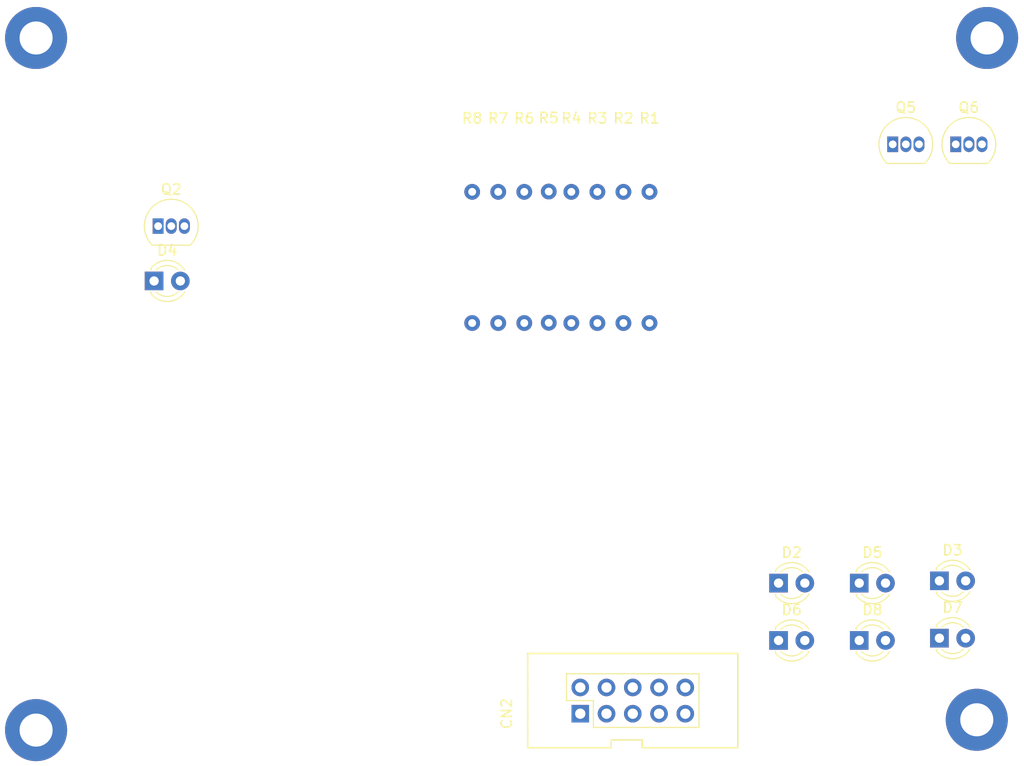
<source format=kicad_pcb>
(kicad_pcb (version 20171130) (host pcbnew "(5.1.2)-1")

  (general
    (thickness 1.6)
    (drawings 0)
    (tracks 0)
    (zones 0)
    (modules 36)
    (nets 44)
  )

  (page A4)
  (layers
    (0 F.Cu signal hide)
    (31 B.Cu signal)
    (32 B.Adhes user)
    (33 F.Adhes user)
    (34 B.Paste user)
    (35 F.Paste user)
    (36 B.SilkS user)
    (37 F.SilkS user)
    (38 B.Mask user)
    (39 F.Mask user)
    (40 Dwgs.User user)
    (41 Cmts.User user)
    (42 Eco1.User user)
    (43 Eco2.User user)
    (44 Edge.Cuts user)
    (45 Margin user)
    (46 B.CrtYd user)
    (47 F.CrtYd user)
    (48 B.Fab user)
    (49 F.Fab user)
  )

  (setup
    (last_trace_width 0.25)
    (trace_clearance 0.2)
    (zone_clearance 0.508)
    (zone_45_only no)
    (trace_min 0.2)
    (via_size 0.8)
    (via_drill 0.4)
    (via_min_size 0.4)
    (via_min_drill 0.3)
    (uvia_size 0.3)
    (uvia_drill 0.1)
    (uvias_allowed no)
    (uvia_min_size 0.2)
    (uvia_min_drill 0.1)
    (edge_width 0.05)
    (segment_width 0.2)
    (pcb_text_width 0.3)
    (pcb_text_size 1.5 1.5)
    (mod_edge_width 0.12)
    (mod_text_size 1 1)
    (mod_text_width 0.15)
    (pad_size 1.524 1.524)
    (pad_drill 0.762)
    (pad_to_mask_clearance 0.051)
    (solder_mask_min_width 0.25)
    (aux_axis_origin 101.854 114.292)
    (grid_origin 101.854 114.292)
    (visible_elements 7FFFFFFF)
    (pcbplotparams
      (layerselection 0x010fc_ffffffff)
      (usegerberextensions false)
      (usegerberattributes false)
      (usegerberadvancedattributes false)
      (creategerberjobfile false)
      (excludeedgelayer true)
      (linewidth 0.100000)
      (plotframeref false)
      (viasonmask false)
      (mode 1)
      (useauxorigin false)
      (hpglpennumber 1)
      (hpglpenspeed 20)
      (hpglpendiameter 15.000000)
      (psnegative false)
      (psa4output false)
      (plotreference true)
      (plotvalue true)
      (plotinvisibletext false)
      (padsonsilk false)
      (subtractmaskfromsilk false)
      (outputformat 1)
      (mirror false)
      (drillshape 1)
      (scaleselection 1)
      (outputdirectory ""))
  )

  (net 0 "")
  (net 1 GND)
  (net 2 +5V)
  (net 3 "Net-(C3-Pad1)")
  (net 4 "Net-(CN1-Pad8)")
  (net 5 "Net-(CN1-Pad6)")
  (net 6 "Net-(CN1-Pad9)")
  (net 7 "Net-(CN1-Pad7)")
  (net 8 "Net-(CN1-Pad4)")
  (net 9 "Net-(CN1-Pad5)")
  (net 10 "Net-(CN1-Pad3)")
  (net 11 "Net-(CN1-Pad2)")
  (net 12 "Net-(CN2-Pad8)")
  (net 13 "Net-(CN2-Pad6)")
  (net 14 "Net-(CN2-Pad9)")
  (net 15 "Net-(CN2-Pad7)")
  (net 16 "Net-(CN2-Pad4)")
  (net 17 "Net-(CN2-Pad5)")
  (net 18 "Net-(CN2-Pad3)")
  (net 19 "Net-(CN2-Pad2)")
  (net 20 "Net-(CN3-Pad8)")
  (net 21 "Net-(CN3-Pad6)")
  (net 22 "Net-(CN3-Pad9)")
  (net 23 "Net-(CN3-Pad7)")
  (net 24 "Net-(CN3-Pad4)")
  (net 25 "Net-(CN3-Pad5)")
  (net 26 "Net-(CN3-Pad3)")
  (net 27 "Net-(CN3-Pad2)")
  (net 28 "Net-(D1-Pad1)")
  (net 29 "Net-(D2-Pad1)")
  (net 30 "Net-(D3-Pad1)")
  (net 31 "Net-(D4-Pad1)")
  (net 32 "Net-(D5-Pad1)")
  (net 33 "Net-(D6-Pad1)")
  (net 34 "Net-(D7-Pad1)")
  (net 35 "Net-(D8-Pad1)")
  (net 36 "Net-(Q1-Pad1)")
  (net 37 "Net-(Q2-Pad1)")
  (net 38 "Net-(Q3-Pad1)")
  (net 39 "Net-(Q4-Pad1)")
  (net 40 "Net-(Q5-Pad1)")
  (net 41 "Net-(Q6-Pad1)")
  (net 42 "Net-(Q7-Pad1)")
  (net 43 "Net-(Q8-Pad1)")

  (net_class Default "これはデフォルトのネット クラスです。"
    (clearance 0.2)
    (trace_width 0.25)
    (via_dia 0.8)
    (via_drill 0.4)
    (uvia_dia 0.3)
    (uvia_drill 0.1)
    (add_net +5V)
    (add_net GND)
    (add_net "Net-(C3-Pad1)")
    (add_net "Net-(CN1-Pad2)")
    (add_net "Net-(CN1-Pad3)")
    (add_net "Net-(CN1-Pad4)")
    (add_net "Net-(CN1-Pad5)")
    (add_net "Net-(CN1-Pad6)")
    (add_net "Net-(CN1-Pad7)")
    (add_net "Net-(CN1-Pad8)")
    (add_net "Net-(CN1-Pad9)")
    (add_net "Net-(CN2-Pad2)")
    (add_net "Net-(CN2-Pad3)")
    (add_net "Net-(CN2-Pad4)")
    (add_net "Net-(CN2-Pad5)")
    (add_net "Net-(CN2-Pad6)")
    (add_net "Net-(CN2-Pad7)")
    (add_net "Net-(CN2-Pad8)")
    (add_net "Net-(CN2-Pad9)")
    (add_net "Net-(CN3-Pad2)")
    (add_net "Net-(CN3-Pad3)")
    (add_net "Net-(CN3-Pad4)")
    (add_net "Net-(CN3-Pad5)")
    (add_net "Net-(CN3-Pad6)")
    (add_net "Net-(CN3-Pad7)")
    (add_net "Net-(CN3-Pad8)")
    (add_net "Net-(CN3-Pad9)")
    (add_net "Net-(D1-Pad1)")
    (add_net "Net-(D2-Pad1)")
    (add_net "Net-(D3-Pad1)")
    (add_net "Net-(D4-Pad1)")
    (add_net "Net-(D5-Pad1)")
    (add_net "Net-(D6-Pad1)")
    (add_net "Net-(D7-Pad1)")
    (add_net "Net-(D8-Pad1)")
    (add_net "Net-(Q1-Pad1)")
    (add_net "Net-(Q2-Pad1)")
    (add_net "Net-(Q3-Pad1)")
    (add_net "Net-(Q4-Pad1)")
    (add_net "Net-(Q5-Pad1)")
    (add_net "Net-(Q6-Pad1)")
    (add_net "Net-(Q7-Pad1)")
    (add_net "Net-(Q8-Pad1)")
  )

  (module My_Device:pcb_100x75mm (layer F.Cu) (tedit 5E9EF2D4) (tstamp 63932119)
    (at 151.854 76.792)
    (path /6398D3A2)
    (fp_text reference U1 (at -0.3691 -35.9792 180) (layer F.SilkS) hide
      (effects (font (size 1 1) (thickness 0.15)))
    )
    (fp_text value bord (at -0.2591 -35.0492 180) (layer F.Fab) hide
      (effects (font (size 1 1) (thickness 0.15)))
    )
    (fp_line (start 50 -37.5) (end 50 37.5) (layer F.CrtYd) (width 0.05))
    (fp_line (start -50 -37.5) (end 50 -37.5) (layer F.CrtYd) (width 0.05))
    (fp_line (start -50 37.5) (end -50 -37.5) (layer F.CrtYd) (width 0.05))
    (fp_line (start 50 37.5) (end -50 37.5) (layer F.CrtYd) (width 0.05))
    (pad "" np_thru_hole circle (at 46 -33.5 90) (size 6 6) (drill 3.2) (layers *.Cu *.Mask))
    (pad "" np_thru_hole circle (at 45 32.5 90) (size 6 6) (drill 3.2) (layers *.Cu *.Mask))
    (pad "" np_thru_hole circle (at -46 33.5 90) (size 6 6) (drill 3.2) (layers *.Cu *.Mask))
    (pad "" np_thru_hole circle (at -46 -33.5 90) (size 6 6) (drill 3.2) (layers *.Cu *.Mask))
  )

  (module My_Device:SW_DIP_x8_W7.62mm_Slide (layer F.Cu) (tedit 5923F251) (tstamp 6393579C)
    (at 143.256 -52.84 90)
    (descr "8x-dip-switch, Slide, row spacing 7.62 mm (300 mils)")
    (tags "DIP Switch Slide 7.62mm 300mil")
    (path /639AF7ED)
    (fp_text reference SW2 (at 3.81 -3.48 -90) (layer F.SilkS)
      (effects (font (size 1 1) (thickness 0.15)))
    )
    (fp_text value SW_DIP_x08 (at 3.81 21.26 -90) (layer F.Fab)
      (effects (font (size 1 1) (thickness 0.15)))
    )
    (fp_text user %R (at 3.81 8.89 -90) (layer F.Fab)
      (effects (font (size 1 1) (thickness 0.15)))
    )
    (fp_line (start -1.4 -2.68) (end -1.4 -1.41) (layer F.SilkS) (width 0.12))
    (fp_line (start -1.4 -2.68) (end 1.14 -2.68) (layer F.SilkS) (width 0.12))
    (fp_line (start -0.08 -2.36) (end 8.7 -2.36) (layer F.Fab) (width 0.1))
    (fp_line (start 8.7 -2.36) (end 8.7 20.14) (layer F.Fab) (width 0.1))
    (fp_line (start 8.7 20.14) (end -1.08 20.14) (layer F.Fab) (width 0.1))
    (fp_line (start -1.08 20.14) (end -1.08 -1.36) (layer F.Fab) (width 0.1))
    (fp_line (start -1.08 -1.36) (end -0.08 -2.36) (layer F.Fab) (width 0.1))
    (fp_line (start 1.78 -0.635) (end 1.78 0.635) (layer F.Fab) (width 0.1))
    (fp_line (start 1.78 0.635) (end 5.84 0.635) (layer F.Fab) (width 0.1))
    (fp_line (start 5.84 0.635) (end 5.84 -0.635) (layer F.Fab) (width 0.1))
    (fp_line (start 5.84 -0.635) (end 1.78 -0.635) (layer F.Fab) (width 0.1))
    (fp_line (start 3.81 -0.635) (end 3.81 0.635) (layer F.Fab) (width 0.1))
    (fp_line (start 1.78 1.905) (end 1.78 3.175) (layer F.Fab) (width 0.1))
    (fp_line (start 1.78 3.175) (end 5.84 3.175) (layer F.Fab) (width 0.1))
    (fp_line (start 5.84 3.175) (end 5.84 1.905) (layer F.Fab) (width 0.1))
    (fp_line (start 5.84 1.905) (end 1.78 1.905) (layer F.Fab) (width 0.1))
    (fp_line (start 3.81 1.905) (end 3.81 3.175) (layer F.Fab) (width 0.1))
    (fp_line (start 1.78 4.445) (end 1.78 5.715) (layer F.Fab) (width 0.1))
    (fp_line (start 1.78 5.715) (end 5.84 5.715) (layer F.Fab) (width 0.1))
    (fp_line (start 5.84 5.715) (end 5.84 4.445) (layer F.Fab) (width 0.1))
    (fp_line (start 5.84 4.445) (end 1.78 4.445) (layer F.Fab) (width 0.1))
    (fp_line (start 3.81 4.445) (end 3.81 5.715) (layer F.Fab) (width 0.1))
    (fp_line (start 1.78 6.985) (end 1.78 8.255) (layer F.Fab) (width 0.1))
    (fp_line (start 1.78 8.255) (end 5.84 8.255) (layer F.Fab) (width 0.1))
    (fp_line (start 5.84 8.255) (end 5.84 6.985) (layer F.Fab) (width 0.1))
    (fp_line (start 5.84 6.985) (end 1.78 6.985) (layer F.Fab) (width 0.1))
    (fp_line (start 3.81 6.985) (end 3.81 8.255) (layer F.Fab) (width 0.1))
    (fp_line (start 1.78 9.525) (end 1.78 10.795) (layer F.Fab) (width 0.1))
    (fp_line (start 1.78 10.795) (end 5.84 10.795) (layer F.Fab) (width 0.1))
    (fp_line (start 5.84 10.795) (end 5.84 9.525) (layer F.Fab) (width 0.1))
    (fp_line (start 5.84 9.525) (end 1.78 9.525) (layer F.Fab) (width 0.1))
    (fp_line (start 3.81 9.525) (end 3.81 10.795) (layer F.Fab) (width 0.1))
    (fp_line (start 1.78 12.065) (end 1.78 13.335) (layer F.Fab) (width 0.1))
    (fp_line (start 1.78 13.335) (end 5.84 13.335) (layer F.Fab) (width 0.1))
    (fp_line (start 5.84 13.335) (end 5.84 12.065) (layer F.Fab) (width 0.1))
    (fp_line (start 5.84 12.065) (end 1.78 12.065) (layer F.Fab) (width 0.1))
    (fp_line (start 3.81 12.065) (end 3.81 13.335) (layer F.Fab) (width 0.1))
    (fp_line (start 1.78 14.605) (end 1.78 15.875) (layer F.Fab) (width 0.1))
    (fp_line (start 1.78 15.875) (end 5.84 15.875) (layer F.Fab) (width 0.1))
    (fp_line (start 5.84 15.875) (end 5.84 14.605) (layer F.Fab) (width 0.1))
    (fp_line (start 5.84 14.605) (end 1.78 14.605) (layer F.Fab) (width 0.1))
    (fp_line (start 3.81 14.605) (end 3.81 15.875) (layer F.Fab) (width 0.1))
    (fp_line (start 1.78 17.145) (end 1.78 18.415) (layer F.Fab) (width 0.1))
    (fp_line (start 1.78 18.415) (end 5.84 18.415) (layer F.Fab) (width 0.1))
    (fp_line (start 5.84 18.415) (end 5.84 17.145) (layer F.Fab) (width 0.1))
    (fp_line (start 5.84 17.145) (end 1.78 17.145) (layer F.Fab) (width 0.1))
    (fp_line (start 3.81 17.145) (end 3.81 18.415) (layer F.Fab) (width 0.1))
    (fp_line (start -1.2 -2.48) (end 8.82 -2.48) (layer F.SilkS) (width 0.12))
    (fp_line (start 8.82 -2.48) (end 8.82 20.26) (layer F.SilkS) (width 0.12))
    (fp_line (start 8.82 20.26) (end -1.2 20.26) (layer F.SilkS) (width 0.12))
    (fp_line (start -1.2 20.26) (end -1.2 -2.48) (layer F.SilkS) (width 0.12))
    (fp_line (start 1.78 -0.635) (end 1.78 0.635) (layer F.SilkS) (width 0.12))
    (fp_line (start 1.78 0.635) (end 5.84 0.635) (layer F.SilkS) (width 0.12))
    (fp_line (start 5.84 0.635) (end 5.84 -0.635) (layer F.SilkS) (width 0.12))
    (fp_line (start 5.84 -0.635) (end 1.78 -0.635) (layer F.SilkS) (width 0.12))
    (fp_line (start 3.81 -0.635) (end 3.81 0.635) (layer F.SilkS) (width 0.12))
    (fp_line (start 1.78 1.905) (end 1.78 3.175) (layer F.SilkS) (width 0.12))
    (fp_line (start 1.78 3.175) (end 5.84 3.175) (layer F.SilkS) (width 0.12))
    (fp_line (start 5.84 3.175) (end 5.84 1.905) (layer F.SilkS) (width 0.12))
    (fp_line (start 5.84 1.905) (end 1.78 1.905) (layer F.SilkS) (width 0.12))
    (fp_line (start 3.81 1.905) (end 3.81 3.175) (layer F.SilkS) (width 0.12))
    (fp_line (start 1.78 4.445) (end 1.78 5.715) (layer F.SilkS) (width 0.12))
    (fp_line (start 1.78 5.715) (end 5.84 5.715) (layer F.SilkS) (width 0.12))
    (fp_line (start 5.84 5.715) (end 5.84 4.445) (layer F.SilkS) (width 0.12))
    (fp_line (start 5.84 4.445) (end 1.78 4.445) (layer F.SilkS) (width 0.12))
    (fp_line (start 3.81 4.445) (end 3.81 5.715) (layer F.SilkS) (width 0.12))
    (fp_line (start 1.78 6.985) (end 1.78 8.255) (layer F.SilkS) (width 0.12))
    (fp_line (start 1.78 8.255) (end 5.84 8.255) (layer F.SilkS) (width 0.12))
    (fp_line (start 5.84 8.255) (end 5.84 6.985) (layer F.SilkS) (width 0.12))
    (fp_line (start 5.84 6.985) (end 1.78 6.985) (layer F.SilkS) (width 0.12))
    (fp_line (start 3.81 6.985) (end 3.81 8.255) (layer F.SilkS) (width 0.12))
    (fp_line (start 1.78 9.525) (end 1.78 10.795) (layer F.SilkS) (width 0.12))
    (fp_line (start 1.78 10.795) (end 5.84 10.795) (layer F.SilkS) (width 0.12))
    (fp_line (start 5.84 10.795) (end 5.84 9.525) (layer F.SilkS) (width 0.12))
    (fp_line (start 5.84 9.525) (end 1.78 9.525) (layer F.SilkS) (width 0.12))
    (fp_line (start 3.81 9.525) (end 3.81 10.795) (layer F.SilkS) (width 0.12))
    (fp_line (start 1.78 12.065) (end 1.78 13.335) (layer F.SilkS) (width 0.12))
    (fp_line (start 1.78 13.335) (end 5.84 13.335) (layer F.SilkS) (width 0.12))
    (fp_line (start 5.84 13.335) (end 5.84 12.065) (layer F.SilkS) (width 0.12))
    (fp_line (start 5.84 12.065) (end 1.78 12.065) (layer F.SilkS) (width 0.12))
    (fp_line (start 3.81 12.065) (end 3.81 13.335) (layer F.SilkS) (width 0.12))
    (fp_line (start 1.78 14.605) (end 1.78 15.875) (layer F.SilkS) (width 0.12))
    (fp_line (start 1.78 15.875) (end 5.84 15.875) (layer F.SilkS) (width 0.12))
    (fp_line (start 5.84 15.875) (end 5.84 14.605) (layer F.SilkS) (width 0.12))
    (fp_line (start 5.84 14.605) (end 1.78 14.605) (layer F.SilkS) (width 0.12))
    (fp_line (start 3.81 14.605) (end 3.81 15.875) (layer F.SilkS) (width 0.12))
    (fp_line (start 1.78 17.145) (end 1.78 18.415) (layer F.SilkS) (width 0.12))
    (fp_line (start 1.78 18.415) (end 5.84 18.415) (layer F.SilkS) (width 0.12))
    (fp_line (start 5.84 18.415) (end 5.84 17.145) (layer F.SilkS) (width 0.12))
    (fp_line (start 5.84 17.145) (end 1.78 17.145) (layer F.SilkS) (width 0.12))
    (fp_line (start 3.81 17.145) (end 3.81 18.415) (layer F.SilkS) (width 0.12))
    (fp_line (start -1.4 -2.7) (end -1.4 20.4) (layer F.CrtYd) (width 0.05))
    (fp_line (start -1.4 20.4) (end 9 20.4) (layer F.CrtYd) (width 0.05))
    (fp_line (start 9 20.4) (end 9 -2.7) (layer F.CrtYd) (width 0.05))
    (fp_line (start 9 -2.7) (end -1.4 -2.7) (layer F.CrtYd) (width 0.05))
    (pad 16 thru_hole oval (at 7.62 0 90) (size 1.6 1.6) (drill 0.8) (layers *.Cu *.Mask)
      (net 3 "Net-(C3-Pad1)"))
    (pad 8 thru_hole oval (at 0 17.78 90) (size 1.6 1.6) (drill 0.8) (layers *.Cu *.Mask)
      (net 27 "Net-(CN3-Pad2)"))
    (pad 15 thru_hole oval (at 7.62 2.54 90) (size 1.6 1.6) (drill 0.8) (layers *.Cu *.Mask)
      (net 3 "Net-(C3-Pad1)"))
    (pad 7 thru_hole oval (at 0 15.24 90) (size 1.6 1.6) (drill 0.8) (layers *.Cu *.Mask)
      (net 26 "Net-(CN3-Pad3)"))
    (pad 14 thru_hole oval (at 7.62 5.08 90) (size 1.6 1.6) (drill 0.8) (layers *.Cu *.Mask)
      (net 3 "Net-(C3-Pad1)"))
    (pad 6 thru_hole oval (at 0 12.7 90) (size 1.6 1.6) (drill 0.8) (layers *.Cu *.Mask)
      (net 24 "Net-(CN3-Pad4)"))
    (pad 13 thru_hole oval (at 7.62 7.62 90) (size 1.6 1.6) (drill 0.8) (layers *.Cu *.Mask)
      (net 3 "Net-(C3-Pad1)"))
    (pad 5 thru_hole oval (at 0 10.16 90) (size 1.6 1.6) (drill 0.8) (layers *.Cu *.Mask)
      (net 25 "Net-(CN3-Pad5)"))
    (pad 12 thru_hole oval (at 7.62 10.16 90) (size 1.6 1.6) (drill 0.8) (layers *.Cu *.Mask)
      (net 3 "Net-(C3-Pad1)"))
    (pad 4 thru_hole oval (at 0 7.62 90) (size 1.6 1.6) (drill 0.8) (layers *.Cu *.Mask)
      (net 21 "Net-(CN3-Pad6)"))
    (pad 11 thru_hole oval (at 7.62 12.7 90) (size 1.6 1.6) (drill 0.8) (layers *.Cu *.Mask)
      (net 3 "Net-(C3-Pad1)"))
    (pad 3 thru_hole oval (at 0 5.08 90) (size 1.6 1.6) (drill 0.8) (layers *.Cu *.Mask)
      (net 23 "Net-(CN3-Pad7)"))
    (pad 10 thru_hole oval (at 7.62 15.24 90) (size 1.6 1.6) (drill 0.8) (layers *.Cu *.Mask)
      (net 3 "Net-(C3-Pad1)"))
    (pad 2 thru_hole oval (at 0 2.54 90) (size 1.6 1.6) (drill 0.8) (layers *.Cu *.Mask)
      (net 20 "Net-(CN3-Pad8)"))
    (pad 9 thru_hole oval (at 7.62 17.78 90) (size 1.6 1.6) (drill 0.8) (layers *.Cu *.Mask)
      (net 3 "Net-(C3-Pad1)"))
    (pad 1 thru_hole rect (at 0 0 90) (size 1.6 1.6) (drill 0.8) (layers *.Cu *.Mask)
      (net 22 "Net-(CN3-Pad9)"))
    (model ${KISYS3DMOD}/Buttons_Switches_THT.3dshapes/SW_DIP_x8_W7.62mm_Slide.wrl
      (at (xyz 0 0 0))
      (scale (xyz 1 1 1))
      (rotate (xyz 0 0 90))
    )
  )

  (module My_Device:SW_DIP_x8_W7.62mm_Slide (layer F.Cu) (tedit 5923F251) (tstamp 63935728)
    (at 33.02 1.77 180)
    (descr "8x-dip-switch, Slide, row spacing 7.62 mm (300 mils)")
    (tags "DIP Switch Slide 7.62mm 300mil")
    (path /63800678)
    (fp_text reference SW1 (at 3.81 -3.48 180) (layer F.SilkS)
      (effects (font (size 1 1) (thickness 0.15)))
    )
    (fp_text value SW_DIP_x08 (at 3.81 21.26 180) (layer F.Fab)
      (effects (font (size 1 1) (thickness 0.15)))
    )
    (fp_text user %R (at 3.81 8.89 180) (layer F.Fab)
      (effects (font (size 1 1) (thickness 0.15)))
    )
    (fp_line (start -1.4 -2.68) (end -1.4 -1.41) (layer F.SilkS) (width 0.12))
    (fp_line (start -1.4 -2.68) (end 1.14 -2.68) (layer F.SilkS) (width 0.12))
    (fp_line (start -0.08 -2.36) (end 8.7 -2.36) (layer F.Fab) (width 0.1))
    (fp_line (start 8.7 -2.36) (end 8.7 20.14) (layer F.Fab) (width 0.1))
    (fp_line (start 8.7 20.14) (end -1.08 20.14) (layer F.Fab) (width 0.1))
    (fp_line (start -1.08 20.14) (end -1.08 -1.36) (layer F.Fab) (width 0.1))
    (fp_line (start -1.08 -1.36) (end -0.08 -2.36) (layer F.Fab) (width 0.1))
    (fp_line (start 1.78 -0.635) (end 1.78 0.635) (layer F.Fab) (width 0.1))
    (fp_line (start 1.78 0.635) (end 5.84 0.635) (layer F.Fab) (width 0.1))
    (fp_line (start 5.84 0.635) (end 5.84 -0.635) (layer F.Fab) (width 0.1))
    (fp_line (start 5.84 -0.635) (end 1.78 -0.635) (layer F.Fab) (width 0.1))
    (fp_line (start 3.81 -0.635) (end 3.81 0.635) (layer F.Fab) (width 0.1))
    (fp_line (start 1.78 1.905) (end 1.78 3.175) (layer F.Fab) (width 0.1))
    (fp_line (start 1.78 3.175) (end 5.84 3.175) (layer F.Fab) (width 0.1))
    (fp_line (start 5.84 3.175) (end 5.84 1.905) (layer F.Fab) (width 0.1))
    (fp_line (start 5.84 1.905) (end 1.78 1.905) (layer F.Fab) (width 0.1))
    (fp_line (start 3.81 1.905) (end 3.81 3.175) (layer F.Fab) (width 0.1))
    (fp_line (start 1.78 4.445) (end 1.78 5.715) (layer F.Fab) (width 0.1))
    (fp_line (start 1.78 5.715) (end 5.84 5.715) (layer F.Fab) (width 0.1))
    (fp_line (start 5.84 5.715) (end 5.84 4.445) (layer F.Fab) (width 0.1))
    (fp_line (start 5.84 4.445) (end 1.78 4.445) (layer F.Fab) (width 0.1))
    (fp_line (start 3.81 4.445) (end 3.81 5.715) (layer F.Fab) (width 0.1))
    (fp_line (start 1.78 6.985) (end 1.78 8.255) (layer F.Fab) (width 0.1))
    (fp_line (start 1.78 8.255) (end 5.84 8.255) (layer F.Fab) (width 0.1))
    (fp_line (start 5.84 8.255) (end 5.84 6.985) (layer F.Fab) (width 0.1))
    (fp_line (start 5.84 6.985) (end 1.78 6.985) (layer F.Fab) (width 0.1))
    (fp_line (start 3.81 6.985) (end 3.81 8.255) (layer F.Fab) (width 0.1))
    (fp_line (start 1.78 9.525) (end 1.78 10.795) (layer F.Fab) (width 0.1))
    (fp_line (start 1.78 10.795) (end 5.84 10.795) (layer F.Fab) (width 0.1))
    (fp_line (start 5.84 10.795) (end 5.84 9.525) (layer F.Fab) (width 0.1))
    (fp_line (start 5.84 9.525) (end 1.78 9.525) (layer F.Fab) (width 0.1))
    (fp_line (start 3.81 9.525) (end 3.81 10.795) (layer F.Fab) (width 0.1))
    (fp_line (start 1.78 12.065) (end 1.78 13.335) (layer F.Fab) (width 0.1))
    (fp_line (start 1.78 13.335) (end 5.84 13.335) (layer F.Fab) (width 0.1))
    (fp_line (start 5.84 13.335) (end 5.84 12.065) (layer F.Fab) (width 0.1))
    (fp_line (start 5.84 12.065) (end 1.78 12.065) (layer F.Fab) (width 0.1))
    (fp_line (start 3.81 12.065) (end 3.81 13.335) (layer F.Fab) (width 0.1))
    (fp_line (start 1.78 14.605) (end 1.78 15.875) (layer F.Fab) (width 0.1))
    (fp_line (start 1.78 15.875) (end 5.84 15.875) (layer F.Fab) (width 0.1))
    (fp_line (start 5.84 15.875) (end 5.84 14.605) (layer F.Fab) (width 0.1))
    (fp_line (start 5.84 14.605) (end 1.78 14.605) (layer F.Fab) (width 0.1))
    (fp_line (start 3.81 14.605) (end 3.81 15.875) (layer F.Fab) (width 0.1))
    (fp_line (start 1.78 17.145) (end 1.78 18.415) (layer F.Fab) (width 0.1))
    (fp_line (start 1.78 18.415) (end 5.84 18.415) (layer F.Fab) (width 0.1))
    (fp_line (start 5.84 18.415) (end 5.84 17.145) (layer F.Fab) (width 0.1))
    (fp_line (start 5.84 17.145) (end 1.78 17.145) (layer F.Fab) (width 0.1))
    (fp_line (start 3.81 17.145) (end 3.81 18.415) (layer F.Fab) (width 0.1))
    (fp_line (start -1.2 -2.48) (end 8.82 -2.48) (layer F.SilkS) (width 0.12))
    (fp_line (start 8.82 -2.48) (end 8.82 20.26) (layer F.SilkS) (width 0.12))
    (fp_line (start 8.82 20.26) (end -1.2 20.26) (layer F.SilkS) (width 0.12))
    (fp_line (start -1.2 20.26) (end -1.2 -2.48) (layer F.SilkS) (width 0.12))
    (fp_line (start 1.78 -0.635) (end 1.78 0.635) (layer F.SilkS) (width 0.12))
    (fp_line (start 1.78 0.635) (end 5.84 0.635) (layer F.SilkS) (width 0.12))
    (fp_line (start 5.84 0.635) (end 5.84 -0.635) (layer F.SilkS) (width 0.12))
    (fp_line (start 5.84 -0.635) (end 1.78 -0.635) (layer F.SilkS) (width 0.12))
    (fp_line (start 3.81 -0.635) (end 3.81 0.635) (layer F.SilkS) (width 0.12))
    (fp_line (start 1.78 1.905) (end 1.78 3.175) (layer F.SilkS) (width 0.12))
    (fp_line (start 1.78 3.175) (end 5.84 3.175) (layer F.SilkS) (width 0.12))
    (fp_line (start 5.84 3.175) (end 5.84 1.905) (layer F.SilkS) (width 0.12))
    (fp_line (start 5.84 1.905) (end 1.78 1.905) (layer F.SilkS) (width 0.12))
    (fp_line (start 3.81 1.905) (end 3.81 3.175) (layer F.SilkS) (width 0.12))
    (fp_line (start 1.78 4.445) (end 1.78 5.715) (layer F.SilkS) (width 0.12))
    (fp_line (start 1.78 5.715) (end 5.84 5.715) (layer F.SilkS) (width 0.12))
    (fp_line (start 5.84 5.715) (end 5.84 4.445) (layer F.SilkS) (width 0.12))
    (fp_line (start 5.84 4.445) (end 1.78 4.445) (layer F.SilkS) (width 0.12))
    (fp_line (start 3.81 4.445) (end 3.81 5.715) (layer F.SilkS) (width 0.12))
    (fp_line (start 1.78 6.985) (end 1.78 8.255) (layer F.SilkS) (width 0.12))
    (fp_line (start 1.78 8.255) (end 5.84 8.255) (layer F.SilkS) (width 0.12))
    (fp_line (start 5.84 8.255) (end 5.84 6.985) (layer F.SilkS) (width 0.12))
    (fp_line (start 5.84 6.985) (end 1.78 6.985) (layer F.SilkS) (width 0.12))
    (fp_line (start 3.81 6.985) (end 3.81 8.255) (layer F.SilkS) (width 0.12))
    (fp_line (start 1.78 9.525) (end 1.78 10.795) (layer F.SilkS) (width 0.12))
    (fp_line (start 1.78 10.795) (end 5.84 10.795) (layer F.SilkS) (width 0.12))
    (fp_line (start 5.84 10.795) (end 5.84 9.525) (layer F.SilkS) (width 0.12))
    (fp_line (start 5.84 9.525) (end 1.78 9.525) (layer F.SilkS) (width 0.12))
    (fp_line (start 3.81 9.525) (end 3.81 10.795) (layer F.SilkS) (width 0.12))
    (fp_line (start 1.78 12.065) (end 1.78 13.335) (layer F.SilkS) (width 0.12))
    (fp_line (start 1.78 13.335) (end 5.84 13.335) (layer F.SilkS) (width 0.12))
    (fp_line (start 5.84 13.335) (end 5.84 12.065) (layer F.SilkS) (width 0.12))
    (fp_line (start 5.84 12.065) (end 1.78 12.065) (layer F.SilkS) (width 0.12))
    (fp_line (start 3.81 12.065) (end 3.81 13.335) (layer F.SilkS) (width 0.12))
    (fp_line (start 1.78 14.605) (end 1.78 15.875) (layer F.SilkS) (width 0.12))
    (fp_line (start 1.78 15.875) (end 5.84 15.875) (layer F.SilkS) (width 0.12))
    (fp_line (start 5.84 15.875) (end 5.84 14.605) (layer F.SilkS) (width 0.12))
    (fp_line (start 5.84 14.605) (end 1.78 14.605) (layer F.SilkS) (width 0.12))
    (fp_line (start 3.81 14.605) (end 3.81 15.875) (layer F.SilkS) (width 0.12))
    (fp_line (start 1.78 17.145) (end 1.78 18.415) (layer F.SilkS) (width 0.12))
    (fp_line (start 1.78 18.415) (end 5.84 18.415) (layer F.SilkS) (width 0.12))
    (fp_line (start 5.84 18.415) (end 5.84 17.145) (layer F.SilkS) (width 0.12))
    (fp_line (start 5.84 17.145) (end 1.78 17.145) (layer F.SilkS) (width 0.12))
    (fp_line (start 3.81 17.145) (end 3.81 18.415) (layer F.SilkS) (width 0.12))
    (fp_line (start -1.4 -2.7) (end -1.4 20.4) (layer F.CrtYd) (width 0.05))
    (fp_line (start -1.4 20.4) (end 9 20.4) (layer F.CrtYd) (width 0.05))
    (fp_line (start 9 20.4) (end 9 -2.7) (layer F.CrtYd) (width 0.05))
    (fp_line (start 9 -2.7) (end -1.4 -2.7) (layer F.CrtYd) (width 0.05))
    (pad 16 thru_hole oval (at 7.62 0 180) (size 1.6 1.6) (drill 0.8) (layers *.Cu *.Mask)
      (net 1 GND))
    (pad 8 thru_hole oval (at 0 17.78 180) (size 1.6 1.6) (drill 0.8) (layers *.Cu *.Mask)
      (net 11 "Net-(CN1-Pad2)"))
    (pad 15 thru_hole oval (at 7.62 2.54 180) (size 1.6 1.6) (drill 0.8) (layers *.Cu *.Mask)
      (net 1 GND))
    (pad 7 thru_hole oval (at 0 15.24 180) (size 1.6 1.6) (drill 0.8) (layers *.Cu *.Mask)
      (net 10 "Net-(CN1-Pad3)"))
    (pad 14 thru_hole oval (at 7.62 5.08 180) (size 1.6 1.6) (drill 0.8) (layers *.Cu *.Mask)
      (net 1 GND))
    (pad 6 thru_hole oval (at 0 12.7 180) (size 1.6 1.6) (drill 0.8) (layers *.Cu *.Mask)
      (net 8 "Net-(CN1-Pad4)"))
    (pad 13 thru_hole oval (at 7.62 7.62 180) (size 1.6 1.6) (drill 0.8) (layers *.Cu *.Mask)
      (net 1 GND))
    (pad 5 thru_hole oval (at 0 10.16 180) (size 1.6 1.6) (drill 0.8) (layers *.Cu *.Mask)
      (net 9 "Net-(CN1-Pad5)"))
    (pad 12 thru_hole oval (at 7.62 10.16 180) (size 1.6 1.6) (drill 0.8) (layers *.Cu *.Mask)
      (net 1 GND))
    (pad 4 thru_hole oval (at 0 7.62 180) (size 1.6 1.6) (drill 0.8) (layers *.Cu *.Mask)
      (net 5 "Net-(CN1-Pad6)"))
    (pad 11 thru_hole oval (at 7.62 12.7 180) (size 1.6 1.6) (drill 0.8) (layers *.Cu *.Mask)
      (net 1 GND))
    (pad 3 thru_hole oval (at 0 5.08 180) (size 1.6 1.6) (drill 0.8) (layers *.Cu *.Mask)
      (net 7 "Net-(CN1-Pad7)"))
    (pad 10 thru_hole oval (at 7.62 15.24 180) (size 1.6 1.6) (drill 0.8) (layers *.Cu *.Mask)
      (net 1 GND))
    (pad 2 thru_hole oval (at 0 2.54 180) (size 1.6 1.6) (drill 0.8) (layers *.Cu *.Mask)
      (net 4 "Net-(CN1-Pad8)"))
    (pad 9 thru_hole oval (at 7.62 17.78 180) (size 1.6 1.6) (drill 0.8) (layers *.Cu *.Mask)
      (net 1 GND))
    (pad 1 thru_hole rect (at 0 0 180) (size 1.6 1.6) (drill 0.8) (layers *.Cu *.Mask)
      (net 6 "Net-(CN1-Pad9)"))
    (model ${KISYS3DMOD}/Buttons_Switches_THT.3dshapes/SW_DIP_x8_W7.62mm_Slide.wrl
      (at (xyz 0 0 0))
      (scale (xyz 1 1 1))
      (rotate (xyz 0 0 90))
    )
  )

  (module My_Device:Potentiometer_Vishay_148-149_Single_Horizontal (layer F.Cu) (tedit 5A3D4993) (tstamp 639356B4)
    (at 63.246 60.19)
    (descr "Potentiometer, horizontal, Vishay 148-149 Single, http://www.vishay.com/docs/57040/148149.pdf")
    (tags "Potentiometer horizontal Vishay 148-149 Single")
    (path /639E29F2)
    (fp_text reference RV1 (at 0 -10.04) (layer F.SilkS)
      (effects (font (size 1 1) (thickness 0.15)))
    )
    (fp_text value R_POT_TRIM (at 0 4.96) (layer F.Fab)
      (effects (font (size 1 1) (thickness 0.15)))
    )
    (fp_text user %R (at 0.665 -2.54) (layer F.Fab)
      (effects (font (size 1 1) (thickness 0.15)))
    )
    (fp_line (start 18.15 -9.05) (end -4 -9.05) (layer F.CrtYd) (width 0.05))
    (fp_line (start 18.15 4) (end 18.15 -9.05) (layer F.CrtYd) (width 0.05))
    (fp_line (start -4 4) (end 18.15 4) (layer F.CrtYd) (width 0.05))
    (fp_line (start -4 -9.05) (end -4 4) (layer F.CrtYd) (width 0.05))
    (fp_line (start 18 -4.244) (end 18 -0.835) (layer F.SilkS) (width 0.12))
    (fp_line (start 11.55 -4.244) (end 11.55 -0.835) (layer F.SilkS) (width 0.12))
    (fp_line (start 11.55 -0.835) (end 18 -0.835) (layer F.SilkS) (width 0.12))
    (fp_line (start 11.55 -4.244) (end 18 -4.244) (layer F.SilkS) (width 0.12))
    (fp_line (start 11.55 -5.835) (end 11.55 0.755) (layer F.SilkS) (width 0.12))
    (fp_line (start 5.2 -5.835) (end 5.2 0.755) (layer F.SilkS) (width 0.12))
    (fp_line (start 5.2 0.755) (end 11.55 0.755) (layer F.SilkS) (width 0.12))
    (fp_line (start 5.2 -5.835) (end 11.55 -5.835) (layer F.SilkS) (width 0.12))
    (fp_line (start 5.2 -8.91) (end 5.2 3.83) (layer F.SilkS) (width 0.12))
    (fp_line (start -3.87 -8.91) (end -3.87 3.83) (layer F.SilkS) (width 0.12))
    (fp_line (start -3.87 3.83) (end 5.2 3.83) (layer F.SilkS) (width 0.12))
    (fp_line (start -3.87 -8.91) (end 5.2 -8.91) (layer F.SilkS) (width 0.12))
    (fp_line (start 17.88 -4.125) (end 11.43 -4.125) (layer F.Fab) (width 0.1))
    (fp_line (start 17.88 -0.955) (end 17.88 -4.125) (layer F.Fab) (width 0.1))
    (fp_line (start 11.43 -0.955) (end 17.88 -0.955) (layer F.Fab) (width 0.1))
    (fp_line (start 11.43 -4.125) (end 11.43 -0.955) (layer F.Fab) (width 0.1))
    (fp_line (start 11.43 -5.715) (end 5.08 -5.715) (layer F.Fab) (width 0.1))
    (fp_line (start 11.43 0.635) (end 11.43 -5.715) (layer F.Fab) (width 0.1))
    (fp_line (start 5.08 0.635) (end 11.43 0.635) (layer F.Fab) (width 0.1))
    (fp_line (start 5.08 -5.715) (end 5.08 0.635) (layer F.Fab) (width 0.1))
    (fp_line (start 5.08 -8.79) (end -3.75 -8.79) (layer F.Fab) (width 0.1))
    (fp_line (start 5.08 3.71) (end 5.08 -8.79) (layer F.Fab) (width 0.1))
    (fp_line (start -3.75 3.71) (end 5.08 3.71) (layer F.Fab) (width 0.1))
    (fp_line (start -3.75 -8.79) (end -3.75 3.71) (layer F.Fab) (width 0.1))
    (pad 1 thru_hole circle (at 0 0) (size 1.8 1.8) (drill 1) (layers *.Cu *.Mask)
      (net 2 +5V))
    (pad 2 thru_hole circle (at 0 -2.54) (size 1.8 1.8) (drill 1) (layers *.Cu *.Mask)
      (net 3 "Net-(C3-Pad1)"))
    (pad 3 thru_hole circle (at 0 -5.08) (size 1.8 1.8) (drill 1) (layers *.Cu *.Mask)
      (net 1 GND))
    (model ${KISYS3DMOD}/Potentiometer_THT.3dshapes/Potentiometer_Vishay_148-149_Single_Horizontal.wrl
      (at (xyz 0 0 0))
      (scale (xyz 1 1 1))
      (rotate (xyz 0 0 0))
    )
  )

  (module Resistor_THT:R_Array_SIP9 (layer F.Cu) (tedit 5A14249F) (tstamp 63935690)
    (at 95.25 -60.206)
    (descr "9-pin Resistor SIP pack")
    (tags R)
    (path /638157FF)
    (fp_text reference RN2 (at 11.43 -2.4) (layer F.SilkS)
      (effects (font (size 1 1) (thickness 0.15)))
    )
    (fp_text value R_Network08 (at 11.43 2.4) (layer F.Fab)
      (effects (font (size 1 1) (thickness 0.15)))
    )
    (fp_line (start 22.05 -1.65) (end -1.7 -1.65) (layer F.CrtYd) (width 0.05))
    (fp_line (start 22.05 1.65) (end 22.05 -1.65) (layer F.CrtYd) (width 0.05))
    (fp_line (start -1.7 1.65) (end 22.05 1.65) (layer F.CrtYd) (width 0.05))
    (fp_line (start -1.7 -1.65) (end -1.7 1.65) (layer F.CrtYd) (width 0.05))
    (fp_line (start 1.27 -1.4) (end 1.27 1.4) (layer F.SilkS) (width 0.12))
    (fp_line (start 21.76 -1.4) (end -1.44 -1.4) (layer F.SilkS) (width 0.12))
    (fp_line (start 21.76 1.4) (end 21.76 -1.4) (layer F.SilkS) (width 0.12))
    (fp_line (start -1.44 1.4) (end 21.76 1.4) (layer F.SilkS) (width 0.12))
    (fp_line (start -1.44 -1.4) (end -1.44 1.4) (layer F.SilkS) (width 0.12))
    (fp_line (start 1.27 -1.25) (end 1.27 1.25) (layer F.Fab) (width 0.1))
    (fp_line (start 21.61 -1.25) (end -1.29 -1.25) (layer F.Fab) (width 0.1))
    (fp_line (start 21.61 1.25) (end 21.61 -1.25) (layer F.Fab) (width 0.1))
    (fp_line (start -1.29 1.25) (end 21.61 1.25) (layer F.Fab) (width 0.1))
    (fp_line (start -1.29 -1.25) (end -1.29 1.25) (layer F.Fab) (width 0.1))
    (fp_text user %R (at 10.16 0) (layer F.Fab)
      (effects (font (size 1 1) (thickness 0.15)))
    )
    (pad 9 thru_hole oval (at 20.32 0) (size 1.6 1.6) (drill 0.8) (layers *.Cu *.Mask)
      (net 14 "Net-(CN2-Pad9)"))
    (pad 8 thru_hole oval (at 17.78 0) (size 1.6 1.6) (drill 0.8) (layers *.Cu *.Mask)
      (net 12 "Net-(CN2-Pad8)"))
    (pad 7 thru_hole oval (at 15.24 0) (size 1.6 1.6) (drill 0.8) (layers *.Cu *.Mask)
      (net 15 "Net-(CN2-Pad7)"))
    (pad 6 thru_hole oval (at 12.7 0) (size 1.6 1.6) (drill 0.8) (layers *.Cu *.Mask)
      (net 13 "Net-(CN2-Pad6)"))
    (pad 5 thru_hole oval (at 10.16 0) (size 1.6 1.6) (drill 0.8) (layers *.Cu *.Mask)
      (net 17 "Net-(CN2-Pad5)"))
    (pad 4 thru_hole oval (at 7.62 0) (size 1.6 1.6) (drill 0.8) (layers *.Cu *.Mask)
      (net 16 "Net-(CN2-Pad4)"))
    (pad 3 thru_hole oval (at 5.08 0) (size 1.6 1.6) (drill 0.8) (layers *.Cu *.Mask)
      (net 18 "Net-(CN2-Pad3)"))
    (pad 2 thru_hole oval (at 2.54 0) (size 1.6 1.6) (drill 0.8) (layers *.Cu *.Mask)
      (net 19 "Net-(CN2-Pad2)"))
    (pad 1 thru_hole rect (at 0 0) (size 1.6 1.6) (drill 0.8) (layers *.Cu *.Mask)
      (net 2 +5V))
    (model ${KISYS3DMOD}/Resistor_THT.3dshapes/R_Array_SIP9.wrl
      (at (xyz 0 0 0))
      (scale (xyz 1 1 1))
      (rotate (xyz 0 0 0))
    )
  )

  (module Resistor_THT:R_Array_SIP9 (layer F.Cu) (tedit 5A14249F) (tstamp 63935674)
    (at 56.896 -32.266)
    (descr "9-pin Resistor SIP pack")
    (tags R)
    (path /637F1549)
    (fp_text reference RN1 (at 11.43 -2.4) (layer F.SilkS)
      (effects (font (size 1 1) (thickness 0.15)))
    )
    (fp_text value R_Network08 (at 11.43 2.4) (layer F.Fab)
      (effects (font (size 1 1) (thickness 0.15)))
    )
    (fp_line (start 22.05 -1.65) (end -1.7 -1.65) (layer F.CrtYd) (width 0.05))
    (fp_line (start 22.05 1.65) (end 22.05 -1.65) (layer F.CrtYd) (width 0.05))
    (fp_line (start -1.7 1.65) (end 22.05 1.65) (layer F.CrtYd) (width 0.05))
    (fp_line (start -1.7 -1.65) (end -1.7 1.65) (layer F.CrtYd) (width 0.05))
    (fp_line (start 1.27 -1.4) (end 1.27 1.4) (layer F.SilkS) (width 0.12))
    (fp_line (start 21.76 -1.4) (end -1.44 -1.4) (layer F.SilkS) (width 0.12))
    (fp_line (start 21.76 1.4) (end 21.76 -1.4) (layer F.SilkS) (width 0.12))
    (fp_line (start -1.44 1.4) (end 21.76 1.4) (layer F.SilkS) (width 0.12))
    (fp_line (start -1.44 -1.4) (end -1.44 1.4) (layer F.SilkS) (width 0.12))
    (fp_line (start 1.27 -1.25) (end 1.27 1.25) (layer F.Fab) (width 0.1))
    (fp_line (start 21.61 -1.25) (end -1.29 -1.25) (layer F.Fab) (width 0.1))
    (fp_line (start 21.61 1.25) (end 21.61 -1.25) (layer F.Fab) (width 0.1))
    (fp_line (start -1.29 1.25) (end 21.61 1.25) (layer F.Fab) (width 0.1))
    (fp_line (start -1.29 -1.25) (end -1.29 1.25) (layer F.Fab) (width 0.1))
    (fp_text user %R (at 10.16 0) (layer F.Fab)
      (effects (font (size 1 1) (thickness 0.15)))
    )
    (pad 9 thru_hole oval (at 20.32 0) (size 1.6 1.6) (drill 0.8) (layers *.Cu *.Mask)
      (net 6 "Net-(CN1-Pad9)"))
    (pad 8 thru_hole oval (at 17.78 0) (size 1.6 1.6) (drill 0.8) (layers *.Cu *.Mask)
      (net 4 "Net-(CN1-Pad8)"))
    (pad 7 thru_hole oval (at 15.24 0) (size 1.6 1.6) (drill 0.8) (layers *.Cu *.Mask)
      (net 7 "Net-(CN1-Pad7)"))
    (pad 6 thru_hole oval (at 12.7 0) (size 1.6 1.6) (drill 0.8) (layers *.Cu *.Mask)
      (net 5 "Net-(CN1-Pad6)"))
    (pad 5 thru_hole oval (at 10.16 0) (size 1.6 1.6) (drill 0.8) (layers *.Cu *.Mask)
      (net 9 "Net-(CN1-Pad5)"))
    (pad 4 thru_hole oval (at 7.62 0) (size 1.6 1.6) (drill 0.8) (layers *.Cu *.Mask)
      (net 8 "Net-(CN1-Pad4)"))
    (pad 3 thru_hole oval (at 5.08 0) (size 1.6 1.6) (drill 0.8) (layers *.Cu *.Mask)
      (net 10 "Net-(CN1-Pad3)"))
    (pad 2 thru_hole oval (at 2.54 0) (size 1.6 1.6) (drill 0.8) (layers *.Cu *.Mask)
      (net 11 "Net-(CN1-Pad2)"))
    (pad 1 thru_hole rect (at 0 0) (size 1.6 1.6) (drill 0.8) (layers *.Cu *.Mask)
      (net 2 +5V))
    (model ${KISYS3DMOD}/Resistor_THT.3dshapes/R_Array_SIP9.wrl
      (at (xyz 0 0 0))
      (scale (xyz 1 1 1))
      (rotate (xyz 0 0 0))
    )
  )

  (module My_Device:R_250mWmono-STD (layer F.Cu) (tedit 63801CEB) (tstamp 63935658)
    (at 148.039224 50.566999)
    (path /63882AAD)
    (fp_text reference R8 (at 0 0.5) (layer F.SilkS)
      (effects (font (size 1 1) (thickness 0.15)))
    )
    (fp_text value R (at 0 -0.5) (layer F.Fab)
      (effects (font (size 1 1) (thickness 0.15)))
    )
    (pad 2 thru_hole circle (at 0 20.32) (size 1.524 1.524) (drill 0.762) (layers *.Cu *.Mask)
      (net 43 "Net-(Q8-Pad1)"))
    (pad 1 thru_hole circle (at 0 7.62) (size 1.524 1.524) (drill 0.762) (layers *.Cu *.Mask)
      (net 35 "Net-(D8-Pad1)"))
  )

  (module My_Device:R_250mWmono-STD (layer F.Cu) (tedit 63801CEB) (tstamp 63935652)
    (at 150.559224 50.566999)
    (path /6387FE0E)
    (fp_text reference R7 (at 0 0.5) (layer F.SilkS)
      (effects (font (size 1 1) (thickness 0.15)))
    )
    (fp_text value R (at 0 -0.5) (layer F.Fab)
      (effects (font (size 1 1) (thickness 0.15)))
    )
    (pad 2 thru_hole circle (at 0 20.32) (size 1.524 1.524) (drill 0.762) (layers *.Cu *.Mask)
      (net 42 "Net-(Q7-Pad1)"))
    (pad 1 thru_hole circle (at 0 7.62) (size 1.524 1.524) (drill 0.762) (layers *.Cu *.Mask)
      (net 34 "Net-(D7-Pad1)"))
  )

  (module My_Device:R_250mWmono-STD (layer F.Cu) (tedit 63801CEB) (tstamp 6393564C)
    (at 153.079224 50.566999)
    (path /6387CD22)
    (fp_text reference R6 (at 0 0.5) (layer F.SilkS)
      (effects (font (size 1 1) (thickness 0.15)))
    )
    (fp_text value R (at 0 -0.5) (layer F.Fab)
      (effects (font (size 1 1) (thickness 0.15)))
    )
    (pad 2 thru_hole circle (at 0 20.32) (size 1.524 1.524) (drill 0.762) (layers *.Cu *.Mask)
      (net 41 "Net-(Q6-Pad1)"))
    (pad 1 thru_hole circle (at 0 7.62) (size 1.524 1.524) (drill 0.762) (layers *.Cu *.Mask)
      (net 33 "Net-(D6-Pad1)"))
  )

  (module My_Device:R_250mWmono-STD (layer F.Cu) (tedit 63801CEB) (tstamp 63935646)
    (at 155.448 50.538)
    (path /63874873)
    (fp_text reference R5 (at 0 0.5) (layer F.SilkS)
      (effects (font (size 1 1) (thickness 0.15)))
    )
    (fp_text value R (at 0 -0.5) (layer F.Fab)
      (effects (font (size 1 1) (thickness 0.15)))
    )
    (pad 2 thru_hole circle (at 0 20.32) (size 1.524 1.524) (drill 0.762) (layers *.Cu *.Mask)
      (net 40 "Net-(Q5-Pad1)"))
    (pad 1 thru_hole circle (at 0 7.62) (size 1.524 1.524) (drill 0.762) (layers *.Cu *.Mask)
      (net 32 "Net-(D5-Pad1)"))
  )

  (module My_Device:R_250mWmono-STD (layer F.Cu) (tedit 63801CEB) (tstamp 63935640)
    (at 157.631224 50.566999)
    (path /638586DF)
    (fp_text reference R4 (at 0 0.5) (layer F.SilkS)
      (effects (font (size 1 1) (thickness 0.15)))
    )
    (fp_text value R (at 0 -0.5) (layer F.Fab)
      (effects (font (size 1 1) (thickness 0.15)))
    )
    (pad 2 thru_hole circle (at 0 20.32) (size 1.524 1.524) (drill 0.762) (layers *.Cu *.Mask)
      (net 39 "Net-(Q4-Pad1)"))
    (pad 1 thru_hole circle (at 0 7.62) (size 1.524 1.524) (drill 0.762) (layers *.Cu *.Mask)
      (net 31 "Net-(D4-Pad1)"))
  )

  (module My_Device:R_250mWmono-STD (layer F.Cu) (tedit 63801CEB) (tstamp 6393563A)
    (at 160.151224 50.566999)
    (path /63846E26)
    (fp_text reference R3 (at 0 0.5) (layer F.SilkS)
      (effects (font (size 1 1) (thickness 0.15)))
    )
    (fp_text value R (at 0 -0.5) (layer F.Fab)
      (effects (font (size 1 1) (thickness 0.15)))
    )
    (pad 2 thru_hole circle (at 0 20.32) (size 1.524 1.524) (drill 0.762) (layers *.Cu *.Mask)
      (net 38 "Net-(Q3-Pad1)"))
    (pad 1 thru_hole circle (at 0 7.62) (size 1.524 1.524) (drill 0.762) (layers *.Cu *.Mask)
      (net 30 "Net-(D3-Pad1)"))
  )

  (module My_Device:R_250mWmono-STD (layer F.Cu) (tedit 63801CEB) (tstamp 63935634)
    (at 162.671224 50.566999)
    (path /638419E7)
    (fp_text reference R2 (at 0 0.5) (layer F.SilkS)
      (effects (font (size 1 1) (thickness 0.15)))
    )
    (fp_text value R (at 0 -0.5) (layer F.Fab)
      (effects (font (size 1 1) (thickness 0.15)))
    )
    (pad 2 thru_hole circle (at 0 20.32) (size 1.524 1.524) (drill 0.762) (layers *.Cu *.Mask)
      (net 37 "Net-(Q2-Pad1)"))
    (pad 1 thru_hole circle (at 0 7.62) (size 1.524 1.524) (drill 0.762) (layers *.Cu *.Mask)
      (net 29 "Net-(D2-Pad1)"))
  )

  (module My_Device:R_250mWmono-STD (layer F.Cu) (tedit 63801CEB) (tstamp 6393562E)
    (at 165.191224 50.566999)
    (path /6383109A)
    (fp_text reference R1 (at 0 0.5) (layer F.SilkS)
      (effects (font (size 1 1) (thickness 0.15)))
    )
    (fp_text value R (at 0 -0.5) (layer F.Fab)
      (effects (font (size 1 1) (thickness 0.15)))
    )
    (pad 2 thru_hole circle (at 0 20.32) (size 1.524 1.524) (drill 0.762) (layers *.Cu *.Mask)
      (net 36 "Net-(Q1-Pad1)"))
    (pad 1 thru_hole circle (at 0 7.62) (size 1.524 1.524) (drill 0.762) (layers *.Cu *.Mask)
      (net 28 "Net-(D1-Pad1)"))
  )

  (module Package_TO_SOT_THT:TO-92_Inline (layer F.Cu) (tedit 5A1DD157) (tstamp 63935628)
    (at 127 146.55)
    (descr "TO-92 leads in-line, narrow, oval pads, drill 0.75mm (see NXP sot054_po.pdf)")
    (tags "to-92 sc-43 sc-43a sot54 PA33 transistor")
    (path /63882AB4)
    (fp_text reference Q8 (at 1.27 -3.56) (layer F.SilkS)
      (effects (font (size 1 1) (thickness 0.15)))
    )
    (fp_text value BS170 (at 1.27 2.79) (layer F.Fab)
      (effects (font (size 1 1) (thickness 0.15)))
    )
    (fp_arc (start 1.27 0) (end 1.27 -2.6) (angle 135) (layer F.SilkS) (width 0.12))
    (fp_arc (start 1.27 0) (end 1.27 -2.48) (angle -135) (layer F.Fab) (width 0.1))
    (fp_arc (start 1.27 0) (end 1.27 -2.6) (angle -135) (layer F.SilkS) (width 0.12))
    (fp_arc (start 1.27 0) (end 1.27 -2.48) (angle 135) (layer F.Fab) (width 0.1))
    (fp_line (start 4 2.01) (end -1.46 2.01) (layer F.CrtYd) (width 0.05))
    (fp_line (start 4 2.01) (end 4 -2.73) (layer F.CrtYd) (width 0.05))
    (fp_line (start -1.46 -2.73) (end -1.46 2.01) (layer F.CrtYd) (width 0.05))
    (fp_line (start -1.46 -2.73) (end 4 -2.73) (layer F.CrtYd) (width 0.05))
    (fp_line (start -0.5 1.75) (end 3 1.75) (layer F.Fab) (width 0.1))
    (fp_line (start -0.53 1.85) (end 3.07 1.85) (layer F.SilkS) (width 0.12))
    (fp_text user %R (at 1.27 -3.56) (layer F.Fab)
      (effects (font (size 1 1) (thickness 0.15)))
    )
    (pad 1 thru_hole rect (at 0 0) (size 1.05 1.5) (drill 0.75) (layers *.Cu *.Mask)
      (net 43 "Net-(Q8-Pad1)"))
    (pad 3 thru_hole oval (at 2.54 0) (size 1.05 1.5) (drill 0.75) (layers *.Cu *.Mask)
      (net 1 GND))
    (pad 2 thru_hole oval (at 1.27 0) (size 1.05 1.5) (drill 0.75) (layers *.Cu *.Mask)
      (net 14 "Net-(CN2-Pad9)"))
    (model ${KISYS3DMOD}/Package_TO_SOT_THT.3dshapes/TO-92_Inline.wrl
      (at (xyz 0 0 0))
      (scale (xyz 1 1 1))
      (rotate (xyz 0 0 0))
    )
  )

  (module Package_TO_SOT_THT:TO-92_Inline (layer F.Cu) (tedit 5A1DD157) (tstamp 63935616)
    (at 132.842 146.55)
    (descr "TO-92 leads in-line, narrow, oval pads, drill 0.75mm (see NXP sot054_po.pdf)")
    (tags "to-92 sc-43 sc-43a sot54 PA33 transistor")
    (path /6387FE15)
    (fp_text reference Q7 (at 1.27 -3.56) (layer F.SilkS)
      (effects (font (size 1 1) (thickness 0.15)))
    )
    (fp_text value BS170 (at 1.27 2.79) (layer F.Fab)
      (effects (font (size 1 1) (thickness 0.15)))
    )
    (fp_arc (start 1.27 0) (end 1.27 -2.6) (angle 135) (layer F.SilkS) (width 0.12))
    (fp_arc (start 1.27 0) (end 1.27 -2.48) (angle -135) (layer F.Fab) (width 0.1))
    (fp_arc (start 1.27 0) (end 1.27 -2.6) (angle -135) (layer F.SilkS) (width 0.12))
    (fp_arc (start 1.27 0) (end 1.27 -2.48) (angle 135) (layer F.Fab) (width 0.1))
    (fp_line (start 4 2.01) (end -1.46 2.01) (layer F.CrtYd) (width 0.05))
    (fp_line (start 4 2.01) (end 4 -2.73) (layer F.CrtYd) (width 0.05))
    (fp_line (start -1.46 -2.73) (end -1.46 2.01) (layer F.CrtYd) (width 0.05))
    (fp_line (start -1.46 -2.73) (end 4 -2.73) (layer F.CrtYd) (width 0.05))
    (fp_line (start -0.5 1.75) (end 3 1.75) (layer F.Fab) (width 0.1))
    (fp_line (start -0.53 1.85) (end 3.07 1.85) (layer F.SilkS) (width 0.12))
    (fp_text user %R (at 1.27 -3.56) (layer F.Fab)
      (effects (font (size 1 1) (thickness 0.15)))
    )
    (pad 1 thru_hole rect (at 0 0) (size 1.05 1.5) (drill 0.75) (layers *.Cu *.Mask)
      (net 42 "Net-(Q7-Pad1)"))
    (pad 3 thru_hole oval (at 2.54 0) (size 1.05 1.5) (drill 0.75) (layers *.Cu *.Mask)
      (net 1 GND))
    (pad 2 thru_hole oval (at 1.27 0) (size 1.05 1.5) (drill 0.75) (layers *.Cu *.Mask)
      (net 12 "Net-(CN2-Pad8)"))
    (model ${KISYS3DMOD}/Package_TO_SOT_THT.3dshapes/TO-92_Inline.wrl
      (at (xyz 0 0 0))
      (scale (xyz 1 1 1))
      (rotate (xyz 0 0 0))
    )
  )

  (module Package_TO_SOT_THT:TO-92_Inline (layer F.Cu) (tedit 5A1DD157) (tstamp 63935604)
    (at 194.818 53.586)
    (descr "TO-92 leads in-line, narrow, oval pads, drill 0.75mm (see NXP sot054_po.pdf)")
    (tags "to-92 sc-43 sc-43a sot54 PA33 transistor")
    (path /6387CD29)
    (fp_text reference Q6 (at 1.27 -3.56) (layer F.SilkS)
      (effects (font (size 1 1) (thickness 0.15)))
    )
    (fp_text value BS170 (at 1.27 2.79) (layer F.Fab)
      (effects (font (size 1 1) (thickness 0.15)))
    )
    (fp_arc (start 1.27 0) (end 1.27 -2.6) (angle 135) (layer F.SilkS) (width 0.12))
    (fp_arc (start 1.27 0) (end 1.27 -2.48) (angle -135) (layer F.Fab) (width 0.1))
    (fp_arc (start 1.27 0) (end 1.27 -2.6) (angle -135) (layer F.SilkS) (width 0.12))
    (fp_arc (start 1.27 0) (end 1.27 -2.48) (angle 135) (layer F.Fab) (width 0.1))
    (fp_line (start 4 2.01) (end -1.46 2.01) (layer F.CrtYd) (width 0.05))
    (fp_line (start 4 2.01) (end 4 -2.73) (layer F.CrtYd) (width 0.05))
    (fp_line (start -1.46 -2.73) (end -1.46 2.01) (layer F.CrtYd) (width 0.05))
    (fp_line (start -1.46 -2.73) (end 4 -2.73) (layer F.CrtYd) (width 0.05))
    (fp_line (start -0.5 1.75) (end 3 1.75) (layer F.Fab) (width 0.1))
    (fp_line (start -0.53 1.85) (end 3.07 1.85) (layer F.SilkS) (width 0.12))
    (fp_text user %R (at 1.27 -3.56) (layer F.Fab)
      (effects (font (size 1 1) (thickness 0.15)))
    )
    (pad 1 thru_hole rect (at 0 0) (size 1.05 1.5) (drill 0.75) (layers *.Cu *.Mask)
      (net 41 "Net-(Q6-Pad1)"))
    (pad 3 thru_hole oval (at 2.54 0) (size 1.05 1.5) (drill 0.75) (layers *.Cu *.Mask)
      (net 1 GND))
    (pad 2 thru_hole oval (at 1.27 0) (size 1.05 1.5) (drill 0.75) (layers *.Cu *.Mask)
      (net 15 "Net-(CN2-Pad7)"))
    (model ${KISYS3DMOD}/Package_TO_SOT_THT.3dshapes/TO-92_Inline.wrl
      (at (xyz 0 0 0))
      (scale (xyz 1 1 1))
      (rotate (xyz 0 0 0))
    )
  )

  (module Package_TO_SOT_THT:TO-92_Inline (layer F.Cu) (tedit 5A1DD157) (tstamp 639355F2)
    (at 188.722 53.586)
    (descr "TO-92 leads in-line, narrow, oval pads, drill 0.75mm (see NXP sot054_po.pdf)")
    (tags "to-92 sc-43 sc-43a sot54 PA33 transistor")
    (path /6387487A)
    (fp_text reference Q5 (at 1.27 -3.56) (layer F.SilkS)
      (effects (font (size 1 1) (thickness 0.15)))
    )
    (fp_text value BS170 (at 1.27 2.79) (layer F.Fab)
      (effects (font (size 1 1) (thickness 0.15)))
    )
    (fp_arc (start 1.27 0) (end 1.27 -2.6) (angle 135) (layer F.SilkS) (width 0.12))
    (fp_arc (start 1.27 0) (end 1.27 -2.48) (angle -135) (layer F.Fab) (width 0.1))
    (fp_arc (start 1.27 0) (end 1.27 -2.6) (angle -135) (layer F.SilkS) (width 0.12))
    (fp_arc (start 1.27 0) (end 1.27 -2.48) (angle 135) (layer F.Fab) (width 0.1))
    (fp_line (start 4 2.01) (end -1.46 2.01) (layer F.CrtYd) (width 0.05))
    (fp_line (start 4 2.01) (end 4 -2.73) (layer F.CrtYd) (width 0.05))
    (fp_line (start -1.46 -2.73) (end -1.46 2.01) (layer F.CrtYd) (width 0.05))
    (fp_line (start -1.46 -2.73) (end 4 -2.73) (layer F.CrtYd) (width 0.05))
    (fp_line (start -0.5 1.75) (end 3 1.75) (layer F.Fab) (width 0.1))
    (fp_line (start -0.53 1.85) (end 3.07 1.85) (layer F.SilkS) (width 0.12))
    (fp_text user %R (at 1.27 -3.56) (layer F.Fab)
      (effects (font (size 1 1) (thickness 0.15)))
    )
    (pad 1 thru_hole rect (at 0 0) (size 1.05 1.5) (drill 0.75) (layers *.Cu *.Mask)
      (net 40 "Net-(Q5-Pad1)"))
    (pad 3 thru_hole oval (at 2.54 0) (size 1.05 1.5) (drill 0.75) (layers *.Cu *.Mask)
      (net 1 GND))
    (pad 2 thru_hole oval (at 1.27 0) (size 1.05 1.5) (drill 0.75) (layers *.Cu *.Mask)
      (net 13 "Net-(CN2-Pad6)"))
    (model ${KISYS3DMOD}/Package_TO_SOT_THT.3dshapes/TO-92_Inline.wrl
      (at (xyz 0 0 0))
      (scale (xyz 1 1 1))
      (rotate (xyz 0 0 0))
    )
  )

  (module Package_TO_SOT_THT:TO-92_Inline (layer F.Cu) (tedit 5A1DD157) (tstamp 639355E0)
    (at 120.904 146.55)
    (descr "TO-92 leads in-line, narrow, oval pads, drill 0.75mm (see NXP sot054_po.pdf)")
    (tags "to-92 sc-43 sc-43a sot54 PA33 transistor")
    (path /638586E6)
    (fp_text reference Q4 (at 1.27 -3.56) (layer F.SilkS)
      (effects (font (size 1 1) (thickness 0.15)))
    )
    (fp_text value BS170 (at 1.27 2.79) (layer F.Fab)
      (effects (font (size 1 1) (thickness 0.15)))
    )
    (fp_arc (start 1.27 0) (end 1.27 -2.6) (angle 135) (layer F.SilkS) (width 0.12))
    (fp_arc (start 1.27 0) (end 1.27 -2.48) (angle -135) (layer F.Fab) (width 0.1))
    (fp_arc (start 1.27 0) (end 1.27 -2.6) (angle -135) (layer F.SilkS) (width 0.12))
    (fp_arc (start 1.27 0) (end 1.27 -2.48) (angle 135) (layer F.Fab) (width 0.1))
    (fp_line (start 4 2.01) (end -1.46 2.01) (layer F.CrtYd) (width 0.05))
    (fp_line (start 4 2.01) (end 4 -2.73) (layer F.CrtYd) (width 0.05))
    (fp_line (start -1.46 -2.73) (end -1.46 2.01) (layer F.CrtYd) (width 0.05))
    (fp_line (start -1.46 -2.73) (end 4 -2.73) (layer F.CrtYd) (width 0.05))
    (fp_line (start -0.5 1.75) (end 3 1.75) (layer F.Fab) (width 0.1))
    (fp_line (start -0.53 1.85) (end 3.07 1.85) (layer F.SilkS) (width 0.12))
    (fp_text user %R (at 1.27 -3.56) (layer F.Fab)
      (effects (font (size 1 1) (thickness 0.15)))
    )
    (pad 1 thru_hole rect (at 0 0) (size 1.05 1.5) (drill 0.75) (layers *.Cu *.Mask)
      (net 39 "Net-(Q4-Pad1)"))
    (pad 3 thru_hole oval (at 2.54 0) (size 1.05 1.5) (drill 0.75) (layers *.Cu *.Mask)
      (net 1 GND))
    (pad 2 thru_hole oval (at 1.27 0) (size 1.05 1.5) (drill 0.75) (layers *.Cu *.Mask)
      (net 17 "Net-(CN2-Pad5)"))
    (model ${KISYS3DMOD}/Package_TO_SOT_THT.3dshapes/TO-92_Inline.wrl
      (at (xyz 0 0 0))
      (scale (xyz 1 1 1))
      (rotate (xyz 0 0 0))
    )
  )

  (module Package_TO_SOT_THT:TO-92_Inline (layer F.Cu) (tedit 5A1DD157) (tstamp 639355CE)
    (at 114.808 146.55)
    (descr "TO-92 leads in-line, narrow, oval pads, drill 0.75mm (see NXP sot054_po.pdf)")
    (tags "to-92 sc-43 sc-43a sot54 PA33 transistor")
    (path /63846E2D)
    (fp_text reference Q3 (at 1.27 -3.56) (layer F.SilkS)
      (effects (font (size 1 1) (thickness 0.15)))
    )
    (fp_text value BS170 (at 1.27 2.79) (layer F.Fab)
      (effects (font (size 1 1) (thickness 0.15)))
    )
    (fp_arc (start 1.27 0) (end 1.27 -2.6) (angle 135) (layer F.SilkS) (width 0.12))
    (fp_arc (start 1.27 0) (end 1.27 -2.48) (angle -135) (layer F.Fab) (width 0.1))
    (fp_arc (start 1.27 0) (end 1.27 -2.6) (angle -135) (layer F.SilkS) (width 0.12))
    (fp_arc (start 1.27 0) (end 1.27 -2.48) (angle 135) (layer F.Fab) (width 0.1))
    (fp_line (start 4 2.01) (end -1.46 2.01) (layer F.CrtYd) (width 0.05))
    (fp_line (start 4 2.01) (end 4 -2.73) (layer F.CrtYd) (width 0.05))
    (fp_line (start -1.46 -2.73) (end -1.46 2.01) (layer F.CrtYd) (width 0.05))
    (fp_line (start -1.46 -2.73) (end 4 -2.73) (layer F.CrtYd) (width 0.05))
    (fp_line (start -0.5 1.75) (end 3 1.75) (layer F.Fab) (width 0.1))
    (fp_line (start -0.53 1.85) (end 3.07 1.85) (layer F.SilkS) (width 0.12))
    (fp_text user %R (at 1.27 -3.56) (layer F.Fab)
      (effects (font (size 1 1) (thickness 0.15)))
    )
    (pad 1 thru_hole rect (at 0 0) (size 1.05 1.5) (drill 0.75) (layers *.Cu *.Mask)
      (net 38 "Net-(Q3-Pad1)"))
    (pad 3 thru_hole oval (at 2.54 0) (size 1.05 1.5) (drill 0.75) (layers *.Cu *.Mask)
      (net 1 GND))
    (pad 2 thru_hole oval (at 1.27 0) (size 1.05 1.5) (drill 0.75) (layers *.Cu *.Mask)
      (net 16 "Net-(CN2-Pad4)"))
    (model ${KISYS3DMOD}/Package_TO_SOT_THT.3dshapes/TO-92_Inline.wrl
      (at (xyz 0 0 0))
      (scale (xyz 1 1 1))
      (rotate (xyz 0 0 0))
    )
  )

  (module Package_TO_SOT_THT:TO-92_Inline (layer F.Cu) (tedit 5A1DD157) (tstamp 639355BC)
    (at 117.658225 61.504)
    (descr "TO-92 leads in-line, narrow, oval pads, drill 0.75mm (see NXP sot054_po.pdf)")
    (tags "to-92 sc-43 sc-43a sot54 PA33 transistor")
    (path /638419EE)
    (fp_text reference Q2 (at 1.27 -3.56) (layer F.SilkS)
      (effects (font (size 1 1) (thickness 0.15)))
    )
    (fp_text value BS170 (at 1.27 2.79) (layer F.Fab)
      (effects (font (size 1 1) (thickness 0.15)))
    )
    (fp_arc (start 1.27 0) (end 1.27 -2.6) (angle 135) (layer F.SilkS) (width 0.12))
    (fp_arc (start 1.27 0) (end 1.27 -2.48) (angle -135) (layer F.Fab) (width 0.1))
    (fp_arc (start 1.27 0) (end 1.27 -2.6) (angle -135) (layer F.SilkS) (width 0.12))
    (fp_arc (start 1.27 0) (end 1.27 -2.48) (angle 135) (layer F.Fab) (width 0.1))
    (fp_line (start 4 2.01) (end -1.46 2.01) (layer F.CrtYd) (width 0.05))
    (fp_line (start 4 2.01) (end 4 -2.73) (layer F.CrtYd) (width 0.05))
    (fp_line (start -1.46 -2.73) (end -1.46 2.01) (layer F.CrtYd) (width 0.05))
    (fp_line (start -1.46 -2.73) (end 4 -2.73) (layer F.CrtYd) (width 0.05))
    (fp_line (start -0.5 1.75) (end 3 1.75) (layer F.Fab) (width 0.1))
    (fp_line (start -0.53 1.85) (end 3.07 1.85) (layer F.SilkS) (width 0.12))
    (fp_text user %R (at 1.27 -3.56) (layer F.Fab)
      (effects (font (size 1 1) (thickness 0.15)))
    )
    (pad 1 thru_hole rect (at 0 0) (size 1.05 1.5) (drill 0.75) (layers *.Cu *.Mask)
      (net 37 "Net-(Q2-Pad1)"))
    (pad 3 thru_hole oval (at 2.54 0) (size 1.05 1.5) (drill 0.75) (layers *.Cu *.Mask)
      (net 1 GND))
    (pad 2 thru_hole oval (at 1.27 0) (size 1.05 1.5) (drill 0.75) (layers *.Cu *.Mask)
      (net 18 "Net-(CN2-Pad3)"))
    (model ${KISYS3DMOD}/Package_TO_SOT_THT.3dshapes/TO-92_Inline.wrl
      (at (xyz 0 0 0))
      (scale (xyz 1 1 1))
      (rotate (xyz 0 0 0))
    )
  )

  (module Package_TO_SOT_THT:TO-92_Inline (layer F.Cu) (tedit 5A1DD157) (tstamp 639355AA)
    (at 33.274 75.43)
    (descr "TO-92 leads in-line, narrow, oval pads, drill 0.75mm (see NXP sot054_po.pdf)")
    (tags "to-92 sc-43 sc-43a sot54 PA33 transistor")
    (path /63833CEE)
    (fp_text reference Q1 (at 1.27 -3.56) (layer F.SilkS)
      (effects (font (size 1 1) (thickness 0.15)))
    )
    (fp_text value BS170 (at 1.27 2.79) (layer F.Fab)
      (effects (font (size 1 1) (thickness 0.15)))
    )
    (fp_arc (start 1.27 0) (end 1.27 -2.6) (angle 135) (layer F.SilkS) (width 0.12))
    (fp_arc (start 1.27 0) (end 1.27 -2.48) (angle -135) (layer F.Fab) (width 0.1))
    (fp_arc (start 1.27 0) (end 1.27 -2.6) (angle -135) (layer F.SilkS) (width 0.12))
    (fp_arc (start 1.27 0) (end 1.27 -2.48) (angle 135) (layer F.Fab) (width 0.1))
    (fp_line (start 4 2.01) (end -1.46 2.01) (layer F.CrtYd) (width 0.05))
    (fp_line (start 4 2.01) (end 4 -2.73) (layer F.CrtYd) (width 0.05))
    (fp_line (start -1.46 -2.73) (end -1.46 2.01) (layer F.CrtYd) (width 0.05))
    (fp_line (start -1.46 -2.73) (end 4 -2.73) (layer F.CrtYd) (width 0.05))
    (fp_line (start -0.5 1.75) (end 3 1.75) (layer F.Fab) (width 0.1))
    (fp_line (start -0.53 1.85) (end 3.07 1.85) (layer F.SilkS) (width 0.12))
    (fp_text user %R (at 1.27 -3.56) (layer F.Fab)
      (effects (font (size 1 1) (thickness 0.15)))
    )
    (pad 1 thru_hole rect (at 0 0) (size 1.05 1.5) (drill 0.75) (layers *.Cu *.Mask)
      (net 36 "Net-(Q1-Pad1)"))
    (pad 3 thru_hole oval (at 2.54 0) (size 1.05 1.5) (drill 0.75) (layers *.Cu *.Mask)
      (net 1 GND))
    (pad 2 thru_hole oval (at 1.27 0) (size 1.05 1.5) (drill 0.75) (layers *.Cu *.Mask)
      (net 19 "Net-(CN2-Pad2)"))
    (model ${KISYS3DMOD}/Package_TO_SOT_THT.3dshapes/TO-92_Inline.wrl
      (at (xyz 0 0 0))
      (scale (xyz 1 1 1))
      (rotate (xyz 0 0 0))
    )
  )

  (module My_Device:LED_D3.0mm (layer F.Cu) (tedit 587A3A7B) (tstamp 63935598)
    (at 185.484225 101.612)
    (descr "LED, diameter 3.0mm, 2 pins")
    (tags "LED diameter 3.0mm 2 pins")
    (path /63882AA7)
    (fp_text reference D8 (at 1.27 -2.96) (layer F.SilkS)
      (effects (font (size 1 1) (thickness 0.15)))
    )
    (fp_text value LED (at 1.27 2.96) (layer F.Fab)
      (effects (font (size 1 1) (thickness 0.15)))
    )
    (fp_line (start 3.7 -2.25) (end -1.15 -2.25) (layer F.CrtYd) (width 0.05))
    (fp_line (start 3.7 2.25) (end 3.7 -2.25) (layer F.CrtYd) (width 0.05))
    (fp_line (start -1.15 2.25) (end 3.7 2.25) (layer F.CrtYd) (width 0.05))
    (fp_line (start -1.15 -2.25) (end -1.15 2.25) (layer F.CrtYd) (width 0.05))
    (fp_line (start -0.29 1.08) (end -0.29 1.236) (layer F.SilkS) (width 0.12))
    (fp_line (start -0.29 -1.236) (end -0.29 -1.08) (layer F.SilkS) (width 0.12))
    (fp_line (start -0.23 -1.16619) (end -0.23 1.16619) (layer F.Fab) (width 0.1))
    (fp_circle (center 1.27 0) (end 2.77 0) (layer F.Fab) (width 0.1))
    (fp_arc (start 1.27 0) (end 0.229039 1.08) (angle -87.9) (layer F.SilkS) (width 0.12))
    (fp_arc (start 1.27 0) (end 0.229039 -1.08) (angle 87.9) (layer F.SilkS) (width 0.12))
    (fp_arc (start 1.27 0) (end -0.29 1.235516) (angle -108.8) (layer F.SilkS) (width 0.12))
    (fp_arc (start 1.27 0) (end -0.29 -1.235516) (angle 108.8) (layer F.SilkS) (width 0.12))
    (fp_arc (start 1.27 0) (end -0.23 -1.16619) (angle 284.3) (layer F.Fab) (width 0.1))
    (pad 2 thru_hole circle (at 2.54 0) (size 1.8 1.8) (drill 0.9) (layers *.Cu *.Mask)
      (net 2 +5V))
    (pad 1 thru_hole rect (at 0 0) (size 1.8 1.8) (drill 0.9) (layers *.Cu *.Mask)
      (net 35 "Net-(D8-Pad1)"))
    (model ${KISYS3DMOD}/LED_THT.3dshapes/LED_D3.0mm.wrl
      (at (xyz 0 0 0))
      (scale (xyz 1 1 1))
      (rotate (xyz 0 0 0))
    )
  )

  (module My_Device:LED_D3.0mm (layer F.Cu) (tedit 587A3A7B) (tstamp 63935585)
    (at 193.239225 101.392)
    (descr "LED, diameter 3.0mm, 2 pins")
    (tags "LED diameter 3.0mm 2 pins")
    (path /6387FE08)
    (fp_text reference D7 (at 1.27 -2.96) (layer F.SilkS)
      (effects (font (size 1 1) (thickness 0.15)))
    )
    (fp_text value LED (at 1.27 2.96) (layer F.Fab)
      (effects (font (size 1 1) (thickness 0.15)))
    )
    (fp_line (start 3.7 -2.25) (end -1.15 -2.25) (layer F.CrtYd) (width 0.05))
    (fp_line (start 3.7 2.25) (end 3.7 -2.25) (layer F.CrtYd) (width 0.05))
    (fp_line (start -1.15 2.25) (end 3.7 2.25) (layer F.CrtYd) (width 0.05))
    (fp_line (start -1.15 -2.25) (end -1.15 2.25) (layer F.CrtYd) (width 0.05))
    (fp_line (start -0.29 1.08) (end -0.29 1.236) (layer F.SilkS) (width 0.12))
    (fp_line (start -0.29 -1.236) (end -0.29 -1.08) (layer F.SilkS) (width 0.12))
    (fp_line (start -0.23 -1.16619) (end -0.23 1.16619) (layer F.Fab) (width 0.1))
    (fp_circle (center 1.27 0) (end 2.77 0) (layer F.Fab) (width 0.1))
    (fp_arc (start 1.27 0) (end 0.229039 1.08) (angle -87.9) (layer F.SilkS) (width 0.12))
    (fp_arc (start 1.27 0) (end 0.229039 -1.08) (angle 87.9) (layer F.SilkS) (width 0.12))
    (fp_arc (start 1.27 0) (end -0.29 1.235516) (angle -108.8) (layer F.SilkS) (width 0.12))
    (fp_arc (start 1.27 0) (end -0.29 -1.235516) (angle 108.8) (layer F.SilkS) (width 0.12))
    (fp_arc (start 1.27 0) (end -0.23 -1.16619) (angle 284.3) (layer F.Fab) (width 0.1))
    (pad 2 thru_hole circle (at 2.54 0) (size 1.8 1.8) (drill 0.9) (layers *.Cu *.Mask)
      (net 2 +5V))
    (pad 1 thru_hole rect (at 0 0) (size 1.8 1.8) (drill 0.9) (layers *.Cu *.Mask)
      (net 34 "Net-(D7-Pad1)"))
    (model ${KISYS3DMOD}/LED_THT.3dshapes/LED_D3.0mm.wrl
      (at (xyz 0 0 0))
      (scale (xyz 1 1 1))
      (rotate (xyz 0 0 0))
    )
  )

  (module My_Device:LED_D3.0mm (layer F.Cu) (tedit 587A3A7B) (tstamp 63935572)
    (at 177.679225 101.612)
    (descr "LED, diameter 3.0mm, 2 pins")
    (tags "LED diameter 3.0mm 2 pins")
    (path /6387CD1C)
    (fp_text reference D6 (at 1.27 -2.96) (layer F.SilkS)
      (effects (font (size 1 1) (thickness 0.15)))
    )
    (fp_text value LED (at 1.27 2.96) (layer F.Fab)
      (effects (font (size 1 1) (thickness 0.15)))
    )
    (fp_line (start 3.7 -2.25) (end -1.15 -2.25) (layer F.CrtYd) (width 0.05))
    (fp_line (start 3.7 2.25) (end 3.7 -2.25) (layer F.CrtYd) (width 0.05))
    (fp_line (start -1.15 2.25) (end 3.7 2.25) (layer F.CrtYd) (width 0.05))
    (fp_line (start -1.15 -2.25) (end -1.15 2.25) (layer F.CrtYd) (width 0.05))
    (fp_line (start -0.29 1.08) (end -0.29 1.236) (layer F.SilkS) (width 0.12))
    (fp_line (start -0.29 -1.236) (end -0.29 -1.08) (layer F.SilkS) (width 0.12))
    (fp_line (start -0.23 -1.16619) (end -0.23 1.16619) (layer F.Fab) (width 0.1))
    (fp_circle (center 1.27 0) (end 2.77 0) (layer F.Fab) (width 0.1))
    (fp_arc (start 1.27 0) (end 0.229039 1.08) (angle -87.9) (layer F.SilkS) (width 0.12))
    (fp_arc (start 1.27 0) (end 0.229039 -1.08) (angle 87.9) (layer F.SilkS) (width 0.12))
    (fp_arc (start 1.27 0) (end -0.29 1.235516) (angle -108.8) (layer F.SilkS) (width 0.12))
    (fp_arc (start 1.27 0) (end -0.29 -1.235516) (angle 108.8) (layer F.SilkS) (width 0.12))
    (fp_arc (start 1.27 0) (end -0.23 -1.16619) (angle 284.3) (layer F.Fab) (width 0.1))
    (pad 2 thru_hole circle (at 2.54 0) (size 1.8 1.8) (drill 0.9) (layers *.Cu *.Mask)
      (net 2 +5V))
    (pad 1 thru_hole rect (at 0 0) (size 1.8 1.8) (drill 0.9) (layers *.Cu *.Mask)
      (net 33 "Net-(D6-Pad1)"))
    (model ${KISYS3DMOD}/LED_THT.3dshapes/LED_D3.0mm.wrl
      (at (xyz 0 0 0))
      (scale (xyz 1 1 1))
      (rotate (xyz 0 0 0))
    )
  )

  (module My_Device:LED_D3.0mm (layer F.Cu) (tedit 587A3A7B) (tstamp 6393555F)
    (at 185.484225 96.062)
    (descr "LED, diameter 3.0mm, 2 pins")
    (tags "LED diameter 3.0mm 2 pins")
    (path /6387486D)
    (fp_text reference D5 (at 1.27 -2.96) (layer F.SilkS)
      (effects (font (size 1 1) (thickness 0.15)))
    )
    (fp_text value LED (at 1.27 2.96) (layer F.Fab)
      (effects (font (size 1 1) (thickness 0.15)))
    )
    (fp_line (start 3.7 -2.25) (end -1.15 -2.25) (layer F.CrtYd) (width 0.05))
    (fp_line (start 3.7 2.25) (end 3.7 -2.25) (layer F.CrtYd) (width 0.05))
    (fp_line (start -1.15 2.25) (end 3.7 2.25) (layer F.CrtYd) (width 0.05))
    (fp_line (start -1.15 -2.25) (end -1.15 2.25) (layer F.CrtYd) (width 0.05))
    (fp_line (start -0.29 1.08) (end -0.29 1.236) (layer F.SilkS) (width 0.12))
    (fp_line (start -0.29 -1.236) (end -0.29 -1.08) (layer F.SilkS) (width 0.12))
    (fp_line (start -0.23 -1.16619) (end -0.23 1.16619) (layer F.Fab) (width 0.1))
    (fp_circle (center 1.27 0) (end 2.77 0) (layer F.Fab) (width 0.1))
    (fp_arc (start 1.27 0) (end 0.229039 1.08) (angle -87.9) (layer F.SilkS) (width 0.12))
    (fp_arc (start 1.27 0) (end 0.229039 -1.08) (angle 87.9) (layer F.SilkS) (width 0.12))
    (fp_arc (start 1.27 0) (end -0.29 1.235516) (angle -108.8) (layer F.SilkS) (width 0.12))
    (fp_arc (start 1.27 0) (end -0.29 -1.235516) (angle 108.8) (layer F.SilkS) (width 0.12))
    (fp_arc (start 1.27 0) (end -0.23 -1.16619) (angle 284.3) (layer F.Fab) (width 0.1))
    (pad 2 thru_hole circle (at 2.54 0) (size 1.8 1.8) (drill 0.9) (layers *.Cu *.Mask)
      (net 2 +5V))
    (pad 1 thru_hole rect (at 0 0) (size 1.8 1.8) (drill 0.9) (layers *.Cu *.Mask)
      (net 32 "Net-(D5-Pad1)"))
    (model ${KISYS3DMOD}/LED_THT.3dshapes/LED_D3.0mm.wrl
      (at (xyz 0 0 0))
      (scale (xyz 1 1 1))
      (rotate (xyz 0 0 0))
    )
  )

  (module My_Device:LED_D3.0mm (layer F.Cu) (tedit 587A3A7B) (tstamp 6393554C)
    (at 117.268225 66.814)
    (descr "LED, diameter 3.0mm, 2 pins")
    (tags "LED diameter 3.0mm 2 pins")
    (path /638586D9)
    (fp_text reference D4 (at 1.27 -2.96) (layer F.SilkS)
      (effects (font (size 1 1) (thickness 0.15)))
    )
    (fp_text value LED (at 1.27 2.96) (layer F.Fab)
      (effects (font (size 1 1) (thickness 0.15)))
    )
    (fp_line (start 3.7 -2.25) (end -1.15 -2.25) (layer F.CrtYd) (width 0.05))
    (fp_line (start 3.7 2.25) (end 3.7 -2.25) (layer F.CrtYd) (width 0.05))
    (fp_line (start -1.15 2.25) (end 3.7 2.25) (layer F.CrtYd) (width 0.05))
    (fp_line (start -1.15 -2.25) (end -1.15 2.25) (layer F.CrtYd) (width 0.05))
    (fp_line (start -0.29 1.08) (end -0.29 1.236) (layer F.SilkS) (width 0.12))
    (fp_line (start -0.29 -1.236) (end -0.29 -1.08) (layer F.SilkS) (width 0.12))
    (fp_line (start -0.23 -1.16619) (end -0.23 1.16619) (layer F.Fab) (width 0.1))
    (fp_circle (center 1.27 0) (end 2.77 0) (layer F.Fab) (width 0.1))
    (fp_arc (start 1.27 0) (end 0.229039 1.08) (angle -87.9) (layer F.SilkS) (width 0.12))
    (fp_arc (start 1.27 0) (end 0.229039 -1.08) (angle 87.9) (layer F.SilkS) (width 0.12))
    (fp_arc (start 1.27 0) (end -0.29 1.235516) (angle -108.8) (layer F.SilkS) (width 0.12))
    (fp_arc (start 1.27 0) (end -0.29 -1.235516) (angle 108.8) (layer F.SilkS) (width 0.12))
    (fp_arc (start 1.27 0) (end -0.23 -1.16619) (angle 284.3) (layer F.Fab) (width 0.1))
    (pad 2 thru_hole circle (at 2.54 0) (size 1.8 1.8) (drill 0.9) (layers *.Cu *.Mask)
      (net 2 +5V))
    (pad 1 thru_hole rect (at 0 0) (size 1.8 1.8) (drill 0.9) (layers *.Cu *.Mask)
      (net 31 "Net-(D4-Pad1)"))
    (model ${KISYS3DMOD}/LED_THT.3dshapes/LED_D3.0mm.wrl
      (at (xyz 0 0 0))
      (scale (xyz 1 1 1))
      (rotate (xyz 0 0 0))
    )
  )

  (module My_Device:LED_D3.0mm (layer F.Cu) (tedit 587A3A7B) (tstamp 63935539)
    (at 193.239225 95.842)
    (descr "LED, diameter 3.0mm, 2 pins")
    (tags "LED diameter 3.0mm 2 pins")
    (path /63846E20)
    (fp_text reference D3 (at 1.27 -2.96) (layer F.SilkS)
      (effects (font (size 1 1) (thickness 0.15)))
    )
    (fp_text value LED (at 1.27 2.96) (layer F.Fab)
      (effects (font (size 1 1) (thickness 0.15)))
    )
    (fp_line (start 3.7 -2.25) (end -1.15 -2.25) (layer F.CrtYd) (width 0.05))
    (fp_line (start 3.7 2.25) (end 3.7 -2.25) (layer F.CrtYd) (width 0.05))
    (fp_line (start -1.15 2.25) (end 3.7 2.25) (layer F.CrtYd) (width 0.05))
    (fp_line (start -1.15 -2.25) (end -1.15 2.25) (layer F.CrtYd) (width 0.05))
    (fp_line (start -0.29 1.08) (end -0.29 1.236) (layer F.SilkS) (width 0.12))
    (fp_line (start -0.29 -1.236) (end -0.29 -1.08) (layer F.SilkS) (width 0.12))
    (fp_line (start -0.23 -1.16619) (end -0.23 1.16619) (layer F.Fab) (width 0.1))
    (fp_circle (center 1.27 0) (end 2.77 0) (layer F.Fab) (width 0.1))
    (fp_arc (start 1.27 0) (end 0.229039 1.08) (angle -87.9) (layer F.SilkS) (width 0.12))
    (fp_arc (start 1.27 0) (end 0.229039 -1.08) (angle 87.9) (layer F.SilkS) (width 0.12))
    (fp_arc (start 1.27 0) (end -0.29 1.235516) (angle -108.8) (layer F.SilkS) (width 0.12))
    (fp_arc (start 1.27 0) (end -0.29 -1.235516) (angle 108.8) (layer F.SilkS) (width 0.12))
    (fp_arc (start 1.27 0) (end -0.23 -1.16619) (angle 284.3) (layer F.Fab) (width 0.1))
    (pad 2 thru_hole circle (at 2.54 0) (size 1.8 1.8) (drill 0.9) (layers *.Cu *.Mask)
      (net 2 +5V))
    (pad 1 thru_hole rect (at 0 0) (size 1.8 1.8) (drill 0.9) (layers *.Cu *.Mask)
      (net 30 "Net-(D3-Pad1)"))
    (model ${KISYS3DMOD}/LED_THT.3dshapes/LED_D3.0mm.wrl
      (at (xyz 0 0 0))
      (scale (xyz 1 1 1))
      (rotate (xyz 0 0 0))
    )
  )

  (module My_Device:LED_D3.0mm (layer F.Cu) (tedit 587A3A7B) (tstamp 63935526)
    (at 177.679225 96.062)
    (descr "LED, diameter 3.0mm, 2 pins")
    (tags "LED diameter 3.0mm 2 pins")
    (path /638419E1)
    (fp_text reference D2 (at 1.27 -2.96) (layer F.SilkS)
      (effects (font (size 1 1) (thickness 0.15)))
    )
    (fp_text value LED (at 1.27 2.96) (layer F.Fab)
      (effects (font (size 1 1) (thickness 0.15)))
    )
    (fp_line (start 3.7 -2.25) (end -1.15 -2.25) (layer F.CrtYd) (width 0.05))
    (fp_line (start 3.7 2.25) (end 3.7 -2.25) (layer F.CrtYd) (width 0.05))
    (fp_line (start -1.15 2.25) (end 3.7 2.25) (layer F.CrtYd) (width 0.05))
    (fp_line (start -1.15 -2.25) (end -1.15 2.25) (layer F.CrtYd) (width 0.05))
    (fp_line (start -0.29 1.08) (end -0.29 1.236) (layer F.SilkS) (width 0.12))
    (fp_line (start -0.29 -1.236) (end -0.29 -1.08) (layer F.SilkS) (width 0.12))
    (fp_line (start -0.23 -1.16619) (end -0.23 1.16619) (layer F.Fab) (width 0.1))
    (fp_circle (center 1.27 0) (end 2.77 0) (layer F.Fab) (width 0.1))
    (fp_arc (start 1.27 0) (end 0.229039 1.08) (angle -87.9) (layer F.SilkS) (width 0.12))
    (fp_arc (start 1.27 0) (end 0.229039 -1.08) (angle 87.9) (layer F.SilkS) (width 0.12))
    (fp_arc (start 1.27 0) (end -0.29 1.235516) (angle -108.8) (layer F.SilkS) (width 0.12))
    (fp_arc (start 1.27 0) (end -0.29 -1.235516) (angle 108.8) (layer F.SilkS) (width 0.12))
    (fp_arc (start 1.27 0) (end -0.23 -1.16619) (angle 284.3) (layer F.Fab) (width 0.1))
    (pad 2 thru_hole circle (at 2.54 0) (size 1.8 1.8) (drill 0.9) (layers *.Cu *.Mask)
      (net 2 +5V))
    (pad 1 thru_hole rect (at 0 0) (size 1.8 1.8) (drill 0.9) (layers *.Cu *.Mask)
      (net 29 "Net-(D2-Pad1)"))
    (model ${KISYS3DMOD}/LED_THT.3dshapes/LED_D3.0mm.wrl
      (at (xyz 0 0 0))
      (scale (xyz 1 1 1))
      (rotate (xyz 0 0 0))
    )
  )

  (module My_Device:LED_D3.0mm (layer F.Cu) (tedit 587A3A7B) (tstamp 63935513)
    (at 111.652225 146.152 180)
    (descr "LED, diameter 3.0mm, 2 pins")
    (tags "LED diameter 3.0mm 2 pins")
    (path /638304C3)
    (fp_text reference D1 (at 1.27 -2.96) (layer F.SilkS)
      (effects (font (size 1 1) (thickness 0.15)))
    )
    (fp_text value LED (at 1.27 2.96) (layer F.Fab)
      (effects (font (size 1 1) (thickness 0.15)))
    )
    (fp_line (start 3.7 -2.25) (end -1.15 -2.25) (layer F.CrtYd) (width 0.05))
    (fp_line (start 3.7 2.25) (end 3.7 -2.25) (layer F.CrtYd) (width 0.05))
    (fp_line (start -1.15 2.25) (end 3.7 2.25) (layer F.CrtYd) (width 0.05))
    (fp_line (start -1.15 -2.25) (end -1.15 2.25) (layer F.CrtYd) (width 0.05))
    (fp_line (start -0.29 1.08) (end -0.29 1.236) (layer F.SilkS) (width 0.12))
    (fp_line (start -0.29 -1.236) (end -0.29 -1.08) (layer F.SilkS) (width 0.12))
    (fp_line (start -0.23 -1.16619) (end -0.23 1.16619) (layer F.Fab) (width 0.1))
    (fp_circle (center 1.27 0) (end 2.77 0) (layer F.Fab) (width 0.1))
    (fp_arc (start 1.27 0) (end 0.229039 1.08) (angle -87.9) (layer F.SilkS) (width 0.12))
    (fp_arc (start 1.27 0) (end 0.229039 -1.08) (angle 87.9) (layer F.SilkS) (width 0.12))
    (fp_arc (start 1.27 0) (end -0.29 1.235516) (angle -108.8) (layer F.SilkS) (width 0.12))
    (fp_arc (start 1.27 0) (end -0.29 -1.235516) (angle 108.8) (layer F.SilkS) (width 0.12))
    (fp_arc (start 1.27 0) (end -0.23 -1.16619) (angle 284.3) (layer F.Fab) (width 0.1))
    (pad 2 thru_hole circle (at 2.54 0 180) (size 1.8 1.8) (drill 0.9) (layers *.Cu *.Mask)
      (net 2 +5V))
    (pad 1 thru_hole rect (at 0 0 180) (size 1.8 1.8) (drill 0.9) (layers *.Cu *.Mask)
      (net 28 "Net-(D1-Pad1)"))
    (model ${KISYS3DMOD}/LED_THT.3dshapes/LED_D3.0mm.wrl
      (at (xyz 0 0 0))
      (scale (xyz 1 1 1))
      (rotate (xyz 0 0 0))
    )
  )

  (module My_Device:BH-10SG (layer F.Cu) (tedit 5EF5A04E) (tstamp 63935500)
    (at 157.988 -38.87 270)
    (path /6398BFEA)
    (fp_text reference CN3 (at 0 -7.12 90) (layer F.SilkS)
      (effects (font (size 1 1) (thickness 0.15)))
    )
    (fp_text value Conn_02x5 (at -5.08 0) (layer F.Fab)
      (effects (font (size 1 1) (thickness 0.15)))
    )
    (fp_line (start -3.4 15.3) (end -3.4 -5.2) (layer F.CrtYd) (width 0.05))
    (fp_line (start 5.83 15.24) (end -3.29 15.24) (layer F.SilkS) (width 0.15))
    (fp_line (start -3.29 3) (end -3.29 -5.09) (layer F.SilkS) (width 0.15))
    (fp_line (start 5.8166 -5.0927) (end -3.29 -5.09) (layer F.SilkS) (width 0.15))
    (fp_line (start -3.29 5.99) (end -3.29 15.24) (layer F.SilkS) (width 0.15))
    (fp_line (start 3.81 11.43) (end -1.27 11.43) (layer F.Fab) (width 0.1))
    (fp_line (start 1.2827 -1.27) (end 3.81 -1.27) (layer F.Fab) (width 0.1))
    (fp_line (start 1.27 1.27) (end 1.27 -1.33) (layer F.SilkS) (width 0.12))
    (fp_line (start -1.27 11.43) (end -1.27 1.3081) (layer F.Fab) (width 0.1))
    (fp_line (start 5.83 15.24) (end 5.83 -5.08) (layer F.SilkS) (width 0.15))
    (fp_line (start -2.54 5.9944) (end -3.29 5.99) (layer F.SilkS) (width 0.15))
    (fp_line (start -2.54 2.9972) (end -2.54 5.9944) (layer F.SilkS) (width 0.15))
    (fp_line (start 1.27 -1.33) (end 3.87 -1.33) (layer F.SilkS) (width 0.12))
    (fp_line (start -1.33 11.49) (end 3.87 11.49) (layer F.SilkS) (width 0.12))
    (fp_line (start 3.81 -1.27) (end 3.81 11.43) (layer F.Fab) (width 0.1))
    (fp_line (start 3.87 -1.33) (end 3.87 11.49) (layer F.SilkS) (width 0.12))
    (fp_line (start -1.33 1.27) (end -1.33 11.49) (layer F.SilkS) (width 0.12))
    (fp_line (start -2.54 2.9972) (end -3.29 3) (layer F.SilkS) (width 0.15))
    (fp_line (start -1.33 1.27) (end 1.27 1.27) (layer F.SilkS) (width 0.12))
    (fp_line (start 5.9 -5.2) (end -3.4 -5.2) (layer F.CrtYd) (width 0.05))
    (fp_line (start 5.9 15.3) (end 5.9 -5.2) (layer F.CrtYd) (width 0.05))
    (fp_line (start -3.4 15.3) (end 5.9 15.3) (layer F.CrtYd) (width 0.05))
    (pad 10 thru_hole oval (at 2.54 10.16 270) (size 1.7 1.7) (drill 1) (layers *.Cu *.Mask)
      (net 1 GND))
    (pad 8 thru_hole oval (at 2.54 7.62 270) (size 1.7 1.7) (drill 1) (layers *.Cu *.Mask)
      (net 20 "Net-(CN3-Pad8)"))
    (pad 6 thru_hole oval (at 2.54 5.08 270) (size 1.7 1.7) (drill 1) (layers *.Cu *.Mask)
      (net 21 "Net-(CN3-Pad6)"))
    (pad 9 thru_hole oval (at 0 10.16 270) (size 1.7 1.7) (drill 1) (layers *.Cu *.Mask)
      (net 22 "Net-(CN3-Pad9)"))
    (pad 1 thru_hole rect (at 0 0 270) (size 1.7 1.7) (drill 1) (layers *.Cu *.Mask)
      (net 2 +5V))
    (pad 7 thru_hole oval (at 0 7.62 270) (size 1.7 1.7) (drill 1) (layers *.Cu *.Mask)
      (net 23 "Net-(CN3-Pad7)"))
    (pad 4 thru_hole oval (at 2.54 2.54 270) (size 1.7 1.7) (drill 1) (layers *.Cu *.Mask)
      (net 24 "Net-(CN3-Pad4)"))
    (pad 5 thru_hole oval (at 0 5.08 270) (size 1.7 1.7) (drill 1) (layers *.Cu *.Mask)
      (net 25 "Net-(CN3-Pad5)"))
    (pad 3 thru_hole oval (at 0 2.54 270) (size 1.7 1.7) (drill 1) (layers *.Cu *.Mask)
      (net 26 "Net-(CN3-Pad3)"))
    (pad 2 thru_hole oval (at 2.54 0 270) (size 1.7 1.7) (drill 1) (layers *.Cu *.Mask)
      (net 27 "Net-(CN3-Pad2)"))
  )

  (module My_Device:BH-10SG (layer F.Cu) (tedit 5EF5A04E) (tstamp 639354DC)
    (at 158.496 108.704 90)
    (path /63805899)
    (fp_text reference CN2 (at 0 -7.12 90) (layer F.SilkS)
      (effects (font (size 1 1) (thickness 0.15)))
    )
    (fp_text value Conn_01x10 (at -5.08 0) (layer F.Fab)
      (effects (font (size 1 1) (thickness 0.15)))
    )
    (fp_line (start -3.4 15.3) (end -3.4 -5.2) (layer F.CrtYd) (width 0.05))
    (fp_line (start 5.83 15.24) (end -3.29 15.24) (layer F.SilkS) (width 0.15))
    (fp_line (start -3.29 3) (end -3.29 -5.09) (layer F.SilkS) (width 0.15))
    (fp_line (start 5.8166 -5.0927) (end -3.29 -5.09) (layer F.SilkS) (width 0.15))
    (fp_line (start -3.29 5.99) (end -3.29 15.24) (layer F.SilkS) (width 0.15))
    (fp_line (start 3.81 11.43) (end -1.27 11.43) (layer F.Fab) (width 0.1))
    (fp_line (start 1.2827 -1.27) (end 3.81 -1.27) (layer F.Fab) (width 0.1))
    (fp_line (start 1.27 1.27) (end 1.27 -1.33) (layer F.SilkS) (width 0.12))
    (fp_line (start -1.27 11.43) (end -1.27 1.3081) (layer F.Fab) (width 0.1))
    (fp_line (start 5.83 15.24) (end 5.83 -5.08) (layer F.SilkS) (width 0.15))
    (fp_line (start -2.54 5.9944) (end -3.29 5.99) (layer F.SilkS) (width 0.15))
    (fp_line (start -2.54 2.9972) (end -2.54 5.9944) (layer F.SilkS) (width 0.15))
    (fp_line (start 1.27 -1.33) (end 3.87 -1.33) (layer F.SilkS) (width 0.12))
    (fp_line (start -1.33 11.49) (end 3.87 11.49) (layer F.SilkS) (width 0.12))
    (fp_line (start 3.81 -1.27) (end 3.81 11.43) (layer F.Fab) (width 0.1))
    (fp_line (start 3.87 -1.33) (end 3.87 11.49) (layer F.SilkS) (width 0.12))
    (fp_line (start -1.33 1.27) (end -1.33 11.49) (layer F.SilkS) (width 0.12))
    (fp_line (start -2.54 2.9972) (end -3.29 3) (layer F.SilkS) (width 0.15))
    (fp_line (start -1.33 1.27) (end 1.27 1.27) (layer F.SilkS) (width 0.12))
    (fp_line (start 5.9 -5.2) (end -3.4 -5.2) (layer F.CrtYd) (width 0.05))
    (fp_line (start 5.9 15.3) (end 5.9 -5.2) (layer F.CrtYd) (width 0.05))
    (fp_line (start -3.4 15.3) (end 5.9 15.3) (layer F.CrtYd) (width 0.05))
    (pad 10 thru_hole oval (at 2.54 10.16 90) (size 1.7 1.7) (drill 1) (layers *.Cu *.Mask)
      (net 1 GND))
    (pad 8 thru_hole oval (at 2.54 7.62 90) (size 1.7 1.7) (drill 1) (layers *.Cu *.Mask)
      (net 12 "Net-(CN2-Pad8)"))
    (pad 6 thru_hole oval (at 2.54 5.08 90) (size 1.7 1.7) (drill 1) (layers *.Cu *.Mask)
      (net 13 "Net-(CN2-Pad6)"))
    (pad 9 thru_hole oval (at 0 10.16 90) (size 1.7 1.7) (drill 1) (layers *.Cu *.Mask)
      (net 14 "Net-(CN2-Pad9)"))
    (pad 1 thru_hole rect (at 0 0 90) (size 1.7 1.7) (drill 1) (layers *.Cu *.Mask)
      (net 2 +5V))
    (pad 7 thru_hole oval (at 0 7.62 90) (size 1.7 1.7) (drill 1) (layers *.Cu *.Mask)
      (net 15 "Net-(CN2-Pad7)"))
    (pad 4 thru_hole oval (at 2.54 2.54 90) (size 1.7 1.7) (drill 1) (layers *.Cu *.Mask)
      (net 16 "Net-(CN2-Pad4)"))
    (pad 5 thru_hole oval (at 0 5.08 90) (size 1.7 1.7) (drill 1) (layers *.Cu *.Mask)
      (net 17 "Net-(CN2-Pad5)"))
    (pad 3 thru_hole oval (at 0 2.54 90) (size 1.7 1.7) (drill 1) (layers *.Cu *.Mask)
      (net 18 "Net-(CN2-Pad3)"))
    (pad 2 thru_hole oval (at 2.54 0 90) (size 1.7 1.7) (drill 1) (layers *.Cu *.Mask)
      (net 19 "Net-(CN2-Pad2)"))
  )

  (module My_Device:BH-10SG (layer F.Cu) (tedit 5EF5A04E) (tstamp 639354B8)
    (at 80.772 15.486 180)
    (path /637F6BBF)
    (fp_text reference CN1 (at 0 -7.12) (layer F.SilkS)
      (effects (font (size 1 1) (thickness 0.15)))
    )
    (fp_text value Conn_01x10 (at -5.08 0 90) (layer F.Fab)
      (effects (font (size 1 1) (thickness 0.15)))
    )
    (fp_line (start -3.4 15.3) (end -3.4 -5.2) (layer F.CrtYd) (width 0.05))
    (fp_line (start 5.83 15.24) (end -3.29 15.24) (layer F.SilkS) (width 0.15))
    (fp_line (start -3.29 3) (end -3.29 -5.09) (layer F.SilkS) (width 0.15))
    (fp_line (start 5.8166 -5.0927) (end -3.29 -5.09) (layer F.SilkS) (width 0.15))
    (fp_line (start -3.29 5.99) (end -3.29 15.24) (layer F.SilkS) (width 0.15))
    (fp_line (start 3.81 11.43) (end -1.27 11.43) (layer F.Fab) (width 0.1))
    (fp_line (start 1.2827 -1.27) (end 3.81 -1.27) (layer F.Fab) (width 0.1))
    (fp_line (start 1.27 1.27) (end 1.27 -1.33) (layer F.SilkS) (width 0.12))
    (fp_line (start -1.27 11.43) (end -1.27 1.3081) (layer F.Fab) (width 0.1))
    (fp_line (start 5.83 15.24) (end 5.83 -5.08) (layer F.SilkS) (width 0.15))
    (fp_line (start -2.54 5.9944) (end -3.29 5.99) (layer F.SilkS) (width 0.15))
    (fp_line (start -2.54 2.9972) (end -2.54 5.9944) (layer F.SilkS) (width 0.15))
    (fp_line (start 1.27 -1.33) (end 3.87 -1.33) (layer F.SilkS) (width 0.12))
    (fp_line (start -1.33 11.49) (end 3.87 11.49) (layer F.SilkS) (width 0.12))
    (fp_line (start 3.81 -1.27) (end 3.81 11.43) (layer F.Fab) (width 0.1))
    (fp_line (start 3.87 -1.33) (end 3.87 11.49) (layer F.SilkS) (width 0.12))
    (fp_line (start -1.33 1.27) (end -1.33 11.49) (layer F.SilkS) (width 0.12))
    (fp_line (start -2.54 2.9972) (end -3.29 3) (layer F.SilkS) (width 0.15))
    (fp_line (start -1.33 1.27) (end 1.27 1.27) (layer F.SilkS) (width 0.12))
    (fp_line (start 5.9 -5.2) (end -3.4 -5.2) (layer F.CrtYd) (width 0.05))
    (fp_line (start 5.9 15.3) (end 5.9 -5.2) (layer F.CrtYd) (width 0.05))
    (fp_line (start -3.4 15.3) (end 5.9 15.3) (layer F.CrtYd) (width 0.05))
    (pad 10 thru_hole oval (at 2.54 10.16 180) (size 1.7 1.7) (drill 1) (layers *.Cu *.Mask)
      (net 1 GND))
    (pad 8 thru_hole oval (at 2.54 7.62 180) (size 1.7 1.7) (drill 1) (layers *.Cu *.Mask)
      (net 4 "Net-(CN1-Pad8)"))
    (pad 6 thru_hole oval (at 2.54 5.08 180) (size 1.7 1.7) (drill 1) (layers *.Cu *.Mask)
      (net 5 "Net-(CN1-Pad6)"))
    (pad 9 thru_hole oval (at 0 10.16 180) (size 1.7 1.7) (drill 1) (layers *.Cu *.Mask)
      (net 6 "Net-(CN1-Pad9)"))
    (pad 1 thru_hole rect (at 0 0 180) (size 1.7 1.7) (drill 1) (layers *.Cu *.Mask)
      (net 2 +5V))
    (pad 7 thru_hole oval (at 0 7.62 180) (size 1.7 1.7) (drill 1) (layers *.Cu *.Mask)
      (net 7 "Net-(CN1-Pad7)"))
    (pad 4 thru_hole oval (at 2.54 2.54 180) (size 1.7 1.7) (drill 1) (layers *.Cu *.Mask)
      (net 8 "Net-(CN1-Pad4)"))
    (pad 5 thru_hole oval (at 0 5.08 180) (size 1.7 1.7) (drill 1) (layers *.Cu *.Mask)
      (net 9 "Net-(CN1-Pad5)"))
    (pad 3 thru_hole oval (at 0 2.54 180) (size 1.7 1.7) (drill 1) (layers *.Cu *.Mask)
      (net 10 "Net-(CN1-Pad3)"))
    (pad 2 thru_hole oval (at 2.54 0 180) (size 1.7 1.7) (drill 1) (layers *.Cu *.Mask)
      (net 11 "Net-(CN1-Pad2)"))
  )

  (module My_Device:C_Disc_D5.0mm_W2.5mm_P2.50mm (layer F.Cu) (tedit 5AE50EF0) (tstamp 63935494)
    (at 182.88 -23.376 180)
    (descr "C, Disc series, Radial, pin pitch=2.50mm, , diameter*width=5*2.5mm^2, Capacitor, http://cdn-reichelt.de/documents/datenblatt/B300/DS_KERKO_TC.pdf")
    (tags "C Disc series Radial pin pitch 2.50mm  diameter 5mm width 2.5mm Capacitor")
    (path /639D9888)
    (fp_text reference C3 (at 1.25 -2.5) (layer F.SilkS)
      (effects (font (size 1 1) (thickness 0.15)))
    )
    (fp_text value C (at 1.25 2.5) (layer F.Fab)
      (effects (font (size 1 1) (thickness 0.15)))
    )
    (fp_text user %R (at 1.25 0) (layer F.Fab)
      (effects (font (size 1 1) (thickness 0.15)))
    )
    (fp_line (start 4 -1.5) (end -1.5 -1.5) (layer F.CrtYd) (width 0.05))
    (fp_line (start 4 1.5) (end 4 -1.5) (layer F.CrtYd) (width 0.05))
    (fp_line (start -1.5 1.5) (end 4 1.5) (layer F.CrtYd) (width 0.05))
    (fp_line (start -1.5 -1.5) (end -1.5 1.5) (layer F.CrtYd) (width 0.05))
    (fp_line (start 3.87 -1.37) (end 3.87 1.37) (layer F.SilkS) (width 0.12))
    (fp_line (start -1.37 -1.37) (end -1.37 1.37) (layer F.SilkS) (width 0.12))
    (fp_line (start -1.37 1.37) (end 3.87 1.37) (layer F.SilkS) (width 0.12))
    (fp_line (start -1.37 -1.37) (end 3.87 -1.37) (layer F.SilkS) (width 0.12))
    (fp_line (start 3.75 -1.25) (end -1.25 -1.25) (layer F.Fab) (width 0.1))
    (fp_line (start 3.75 1.25) (end 3.75 -1.25) (layer F.Fab) (width 0.1))
    (fp_line (start -1.25 1.25) (end 3.75 1.25) (layer F.Fab) (width 0.1))
    (fp_line (start -1.25 -1.25) (end -1.25 1.25) (layer F.Fab) (width 0.1))
    (pad 2 thru_hole circle (at 2.5 0 180) (size 1.6 1.6) (drill 0.8) (layers *.Cu *.Mask)
      (net 1 GND))
    (pad 1 thru_hole circle (at 0 0 180) (size 1.6 1.6) (drill 0.8) (layers *.Cu *.Mask)
      (net 3 "Net-(C3-Pad1)"))
    (model ${KISYS3DMOD}/Capacitor_THT.3dshapes/C_Disc_D5.0mm_W2.5mm_P2.50mm.wrl
      (at (xyz 0 0 0))
      (scale (xyz 1 1 1))
      (rotate (xyz 0 0 0))
    )
  )

  (module My_Device:C_Disc_D5.0mm_W2.5mm_P2.50mm (layer F.Cu) (tedit 5AE50EF0) (tstamp 63935481)
    (at 173.99 -23.376)
    (descr "C, Disc series, Radial, pin pitch=2.50mm, , diameter*width=5*2.5mm^2, Capacitor, http://cdn-reichelt.de/documents/datenblatt/B300/DS_KERKO_TC.pdf")
    (tags "C Disc series Radial pin pitch 2.50mm  diameter 5mm width 2.5mm Capacitor")
    (path /63A04C79)
    (fp_text reference C2 (at 1.25 -2.5) (layer F.SilkS)
      (effects (font (size 1 1) (thickness 0.15)))
    )
    (fp_text value C (at 1.25 2.5) (layer F.Fab)
      (effects (font (size 1 1) (thickness 0.15)))
    )
    (fp_text user %R (at 1.25 0 180) (layer F.Fab)
      (effects (font (size 1 1) (thickness 0.15)))
    )
    (fp_line (start 4 -1.5) (end -1.5 -1.5) (layer F.CrtYd) (width 0.05))
    (fp_line (start 4 1.5) (end 4 -1.5) (layer F.CrtYd) (width 0.05))
    (fp_line (start -1.5 1.5) (end 4 1.5) (layer F.CrtYd) (width 0.05))
    (fp_line (start -1.5 -1.5) (end -1.5 1.5) (layer F.CrtYd) (width 0.05))
    (fp_line (start 3.87 -1.37) (end 3.87 1.37) (layer F.SilkS) (width 0.12))
    (fp_line (start -1.37 -1.37) (end -1.37 1.37) (layer F.SilkS) (width 0.12))
    (fp_line (start -1.37 1.37) (end 3.87 1.37) (layer F.SilkS) (width 0.12))
    (fp_line (start -1.37 -1.37) (end 3.87 -1.37) (layer F.SilkS) (width 0.12))
    (fp_line (start 3.75 -1.25) (end -1.25 -1.25) (layer F.Fab) (width 0.1))
    (fp_line (start 3.75 1.25) (end 3.75 -1.25) (layer F.Fab) (width 0.1))
    (fp_line (start -1.25 1.25) (end 3.75 1.25) (layer F.Fab) (width 0.1))
    (fp_line (start -1.25 -1.25) (end -1.25 1.25) (layer F.Fab) (width 0.1))
    (pad 2 thru_hole circle (at 2.5 0) (size 1.6 1.6) (drill 0.8) (layers *.Cu *.Mask)
      (net 1 GND))
    (pad 1 thru_hole circle (at 0 0) (size 1.6 1.6) (drill 0.8) (layers *.Cu *.Mask)
      (net 2 +5V))
    (model ${KISYS3DMOD}/Capacitor_THT.3dshapes/C_Disc_D5.0mm_W2.5mm_P2.50mm.wrl
      (at (xyz 0 0 0))
      (scale (xyz 1 1 1))
      (rotate (xyz 0 0 0))
    )
  )

  (module My_Device:CP_Radial_D5.0mm_P2.00mm (layer F.Cu) (tedit 5AE50EF0) (tstamp 6393546E)
    (at 98.044 10.914)
    (descr "CP, Radial series, Radial, pin pitch=2.00mm, , diameter=5mm, Electrolytic Capacitor")
    (tags "CP Radial series Radial pin pitch 2.00mm  diameter 5mm Electrolytic Capacitor")
    (path /639FEB49)
    (fp_text reference C1 (at 1 -3.75) (layer F.SilkS)
      (effects (font (size 1 1) (thickness 0.15)))
    )
    (fp_text value CP (at 1 3.75) (layer F.Fab)
      (effects (font (size 1 1) (thickness 0.15)))
    )
    (fp_text user %R (at 1 0) (layer F.Fab)
      (effects (font (size 1 1) (thickness 0.15)))
    )
    (fp_line (start -1.554775 -1.725) (end -1.554775 -1.225) (layer F.SilkS) (width 0.12))
    (fp_line (start -1.804775 -1.475) (end -1.304775 -1.475) (layer F.SilkS) (width 0.12))
    (fp_line (start 3.601 -0.284) (end 3.601 0.284) (layer F.SilkS) (width 0.12))
    (fp_line (start 3.561 -0.518) (end 3.561 0.518) (layer F.SilkS) (width 0.12))
    (fp_line (start 3.521 -0.677) (end 3.521 0.677) (layer F.SilkS) (width 0.12))
    (fp_line (start 3.481 -0.805) (end 3.481 0.805) (layer F.SilkS) (width 0.12))
    (fp_line (start 3.441 -0.915) (end 3.441 0.915) (layer F.SilkS) (width 0.12))
    (fp_line (start 3.401 -1.011) (end 3.401 1.011) (layer F.SilkS) (width 0.12))
    (fp_line (start 3.361 -1.098) (end 3.361 1.098) (layer F.SilkS) (width 0.12))
    (fp_line (start 3.321 -1.178) (end 3.321 1.178) (layer F.SilkS) (width 0.12))
    (fp_line (start 3.281 -1.251) (end 3.281 1.251) (layer F.SilkS) (width 0.12))
    (fp_line (start 3.241 -1.319) (end 3.241 1.319) (layer F.SilkS) (width 0.12))
    (fp_line (start 3.201 -1.383) (end 3.201 1.383) (layer F.SilkS) (width 0.12))
    (fp_line (start 3.161 -1.443) (end 3.161 1.443) (layer F.SilkS) (width 0.12))
    (fp_line (start 3.121 -1.5) (end 3.121 1.5) (layer F.SilkS) (width 0.12))
    (fp_line (start 3.081 -1.554) (end 3.081 1.554) (layer F.SilkS) (width 0.12))
    (fp_line (start 3.041 -1.605) (end 3.041 1.605) (layer F.SilkS) (width 0.12))
    (fp_line (start 3.001 1.04) (end 3.001 1.653) (layer F.SilkS) (width 0.12))
    (fp_line (start 3.001 -1.653) (end 3.001 -1.04) (layer F.SilkS) (width 0.12))
    (fp_line (start 2.961 1.04) (end 2.961 1.699) (layer F.SilkS) (width 0.12))
    (fp_line (start 2.961 -1.699) (end 2.961 -1.04) (layer F.SilkS) (width 0.12))
    (fp_line (start 2.921 1.04) (end 2.921 1.743) (layer F.SilkS) (width 0.12))
    (fp_line (start 2.921 -1.743) (end 2.921 -1.04) (layer F.SilkS) (width 0.12))
    (fp_line (start 2.881 1.04) (end 2.881 1.785) (layer F.SilkS) (width 0.12))
    (fp_line (start 2.881 -1.785) (end 2.881 -1.04) (layer F.SilkS) (width 0.12))
    (fp_line (start 2.841 1.04) (end 2.841 1.826) (layer F.SilkS) (width 0.12))
    (fp_line (start 2.841 -1.826) (end 2.841 -1.04) (layer F.SilkS) (width 0.12))
    (fp_line (start 2.801 1.04) (end 2.801 1.864) (layer F.SilkS) (width 0.12))
    (fp_line (start 2.801 -1.864) (end 2.801 -1.04) (layer F.SilkS) (width 0.12))
    (fp_line (start 2.761 1.04) (end 2.761 1.901) (layer F.SilkS) (width 0.12))
    (fp_line (start 2.761 -1.901) (end 2.761 -1.04) (layer F.SilkS) (width 0.12))
    (fp_line (start 2.721 1.04) (end 2.721 1.937) (layer F.SilkS) (width 0.12))
    (fp_line (start 2.721 -1.937) (end 2.721 -1.04) (layer F.SilkS) (width 0.12))
    (fp_line (start 2.681 1.04) (end 2.681 1.971) (layer F.SilkS) (width 0.12))
    (fp_line (start 2.681 -1.971) (end 2.681 -1.04) (layer F.SilkS) (width 0.12))
    (fp_line (start 2.641 1.04) (end 2.641 2.004) (layer F.SilkS) (width 0.12))
    (fp_line (start 2.641 -2.004) (end 2.641 -1.04) (layer F.SilkS) (width 0.12))
    (fp_line (start 2.601 1.04) (end 2.601 2.035) (layer F.SilkS) (width 0.12))
    (fp_line (start 2.601 -2.035) (end 2.601 -1.04) (layer F.SilkS) (width 0.12))
    (fp_line (start 2.561 1.04) (end 2.561 2.065) (layer F.SilkS) (width 0.12))
    (fp_line (start 2.561 -2.065) (end 2.561 -1.04) (layer F.SilkS) (width 0.12))
    (fp_line (start 2.521 1.04) (end 2.521 2.095) (layer F.SilkS) (width 0.12))
    (fp_line (start 2.521 -2.095) (end 2.521 -1.04) (layer F.SilkS) (width 0.12))
    (fp_line (start 2.481 1.04) (end 2.481 2.122) (layer F.SilkS) (width 0.12))
    (fp_line (start 2.481 -2.122) (end 2.481 -1.04) (layer F.SilkS) (width 0.12))
    (fp_line (start 2.441 1.04) (end 2.441 2.149) (layer F.SilkS) (width 0.12))
    (fp_line (start 2.441 -2.149) (end 2.441 -1.04) (layer F.SilkS) (width 0.12))
    (fp_line (start 2.401 1.04) (end 2.401 2.175) (layer F.SilkS) (width 0.12))
    (fp_line (start 2.401 -2.175) (end 2.401 -1.04) (layer F.SilkS) (width 0.12))
    (fp_line (start 2.361 1.04) (end 2.361 2.2) (layer F.SilkS) (width 0.12))
    (fp_line (start 2.361 -2.2) (end 2.361 -1.04) (layer F.SilkS) (width 0.12))
    (fp_line (start 2.321 1.04) (end 2.321 2.224) (layer F.SilkS) (width 0.12))
    (fp_line (start 2.321 -2.224) (end 2.321 -1.04) (layer F.SilkS) (width 0.12))
    (fp_line (start 2.281 1.04) (end 2.281 2.247) (layer F.SilkS) (width 0.12))
    (fp_line (start 2.281 -2.247) (end 2.281 -1.04) (layer F.SilkS) (width 0.12))
    (fp_line (start 2.241 1.04) (end 2.241 2.268) (layer F.SilkS) (width 0.12))
    (fp_line (start 2.241 -2.268) (end 2.241 -1.04) (layer F.SilkS) (width 0.12))
    (fp_line (start 2.201 1.04) (end 2.201 2.29) (layer F.SilkS) (width 0.12))
    (fp_line (start 2.201 -2.29) (end 2.201 -1.04) (layer F.SilkS) (width 0.12))
    (fp_line (start 2.161 1.04) (end 2.161 2.31) (layer F.SilkS) (width 0.12))
    (fp_line (start 2.161 -2.31) (end 2.161 -1.04) (layer F.SilkS) (width 0.12))
    (fp_line (start 2.121 1.04) (end 2.121 2.329) (layer F.SilkS) (width 0.12))
    (fp_line (start 2.121 -2.329) (end 2.121 -1.04) (layer F.SilkS) (width 0.12))
    (fp_line (start 2.081 1.04) (end 2.081 2.348) (layer F.SilkS) (width 0.12))
    (fp_line (start 2.081 -2.348) (end 2.081 -1.04) (layer F.SilkS) (width 0.12))
    (fp_line (start 2.041 1.04) (end 2.041 2.365) (layer F.SilkS) (width 0.12))
    (fp_line (start 2.041 -2.365) (end 2.041 -1.04) (layer F.SilkS) (width 0.12))
    (fp_line (start 2.001 1.04) (end 2.001 2.382) (layer F.SilkS) (width 0.12))
    (fp_line (start 2.001 -2.382) (end 2.001 -1.04) (layer F.SilkS) (width 0.12))
    (fp_line (start 1.961 1.04) (end 1.961 2.398) (layer F.SilkS) (width 0.12))
    (fp_line (start 1.961 -2.398) (end 1.961 -1.04) (layer F.SilkS) (width 0.12))
    (fp_line (start 1.921 1.04) (end 1.921 2.414) (layer F.SilkS) (width 0.12))
    (fp_line (start 1.921 -2.414) (end 1.921 -1.04) (layer F.SilkS) (width 0.12))
    (fp_line (start 1.881 1.04) (end 1.881 2.428) (layer F.SilkS) (width 0.12))
    (fp_line (start 1.881 -2.428) (end 1.881 -1.04) (layer F.SilkS) (width 0.12))
    (fp_line (start 1.841 1.04) (end 1.841 2.442) (layer F.SilkS) (width 0.12))
    (fp_line (start 1.841 -2.442) (end 1.841 -1.04) (layer F.SilkS) (width 0.12))
    (fp_line (start 1.801 1.04) (end 1.801 2.455) (layer F.SilkS) (width 0.12))
    (fp_line (start 1.801 -2.455) (end 1.801 -1.04) (layer F.SilkS) (width 0.12))
    (fp_line (start 1.761 1.04) (end 1.761 2.468) (layer F.SilkS) (width 0.12))
    (fp_line (start 1.761 -2.468) (end 1.761 -1.04) (layer F.SilkS) (width 0.12))
    (fp_line (start 1.721 1.04) (end 1.721 2.48) (layer F.SilkS) (width 0.12))
    (fp_line (start 1.721 -2.48) (end 1.721 -1.04) (layer F.SilkS) (width 0.12))
    (fp_line (start 1.68 1.04) (end 1.68 2.491) (layer F.SilkS) (width 0.12))
    (fp_line (start 1.68 -2.491) (end 1.68 -1.04) (layer F.SilkS) (width 0.12))
    (fp_line (start 1.64 1.04) (end 1.64 2.501) (layer F.SilkS) (width 0.12))
    (fp_line (start 1.64 -2.501) (end 1.64 -1.04) (layer F.SilkS) (width 0.12))
    (fp_line (start 1.6 1.04) (end 1.6 2.511) (layer F.SilkS) (width 0.12))
    (fp_line (start 1.6 -2.511) (end 1.6 -1.04) (layer F.SilkS) (width 0.12))
    (fp_line (start 1.56 1.04) (end 1.56 2.52) (layer F.SilkS) (width 0.12))
    (fp_line (start 1.56 -2.52) (end 1.56 -1.04) (layer F.SilkS) (width 0.12))
    (fp_line (start 1.52 1.04) (end 1.52 2.528) (layer F.SilkS) (width 0.12))
    (fp_line (start 1.52 -2.528) (end 1.52 -1.04) (layer F.SilkS) (width 0.12))
    (fp_line (start 1.48 1.04) (end 1.48 2.536) (layer F.SilkS) (width 0.12))
    (fp_line (start 1.48 -2.536) (end 1.48 -1.04) (layer F.SilkS) (width 0.12))
    (fp_line (start 1.44 1.04) (end 1.44 2.543) (layer F.SilkS) (width 0.12))
    (fp_line (start 1.44 -2.543) (end 1.44 -1.04) (layer F.SilkS) (width 0.12))
    (fp_line (start 1.4 1.04) (end 1.4 2.55) (layer F.SilkS) (width 0.12))
    (fp_line (start 1.4 -2.55) (end 1.4 -1.04) (layer F.SilkS) (width 0.12))
    (fp_line (start 1.36 1.04) (end 1.36 2.556) (layer F.SilkS) (width 0.12))
    (fp_line (start 1.36 -2.556) (end 1.36 -1.04) (layer F.SilkS) (width 0.12))
    (fp_line (start 1.32 1.04) (end 1.32 2.561) (layer F.SilkS) (width 0.12))
    (fp_line (start 1.32 -2.561) (end 1.32 -1.04) (layer F.SilkS) (width 0.12))
    (fp_line (start 1.28 1.04) (end 1.28 2.565) (layer F.SilkS) (width 0.12))
    (fp_line (start 1.28 -2.565) (end 1.28 -1.04) (layer F.SilkS) (width 0.12))
    (fp_line (start 1.24 1.04) (end 1.24 2.569) (layer F.SilkS) (width 0.12))
    (fp_line (start 1.24 -2.569) (end 1.24 -1.04) (layer F.SilkS) (width 0.12))
    (fp_line (start 1.2 1.04) (end 1.2 2.573) (layer F.SilkS) (width 0.12))
    (fp_line (start 1.2 -2.573) (end 1.2 -1.04) (layer F.SilkS) (width 0.12))
    (fp_line (start 1.16 1.04) (end 1.16 2.576) (layer F.SilkS) (width 0.12))
    (fp_line (start 1.16 -2.576) (end 1.16 -1.04) (layer F.SilkS) (width 0.12))
    (fp_line (start 1.12 1.04) (end 1.12 2.578) (layer F.SilkS) (width 0.12))
    (fp_line (start 1.12 -2.578) (end 1.12 -1.04) (layer F.SilkS) (width 0.12))
    (fp_line (start 1.08 1.04) (end 1.08 2.579) (layer F.SilkS) (width 0.12))
    (fp_line (start 1.08 -2.579) (end 1.08 -1.04) (layer F.SilkS) (width 0.12))
    (fp_line (start 1.04 -2.58) (end 1.04 -1.04) (layer F.SilkS) (width 0.12))
    (fp_line (start 1.04 1.04) (end 1.04 2.58) (layer F.SilkS) (width 0.12))
    (fp_line (start 1 -2.58) (end 1 -1.04) (layer F.SilkS) (width 0.12))
    (fp_line (start 1 1.04) (end 1 2.58) (layer F.SilkS) (width 0.12))
    (fp_line (start -0.883605 -1.3375) (end -0.883605 -0.8375) (layer F.Fab) (width 0.1))
    (fp_line (start -1.133605 -1.0875) (end -0.633605 -1.0875) (layer F.Fab) (width 0.1))
    (fp_circle (center 1 0) (end 3.75 0) (layer F.CrtYd) (width 0.05))
    (fp_circle (center 1 0) (end 3.62 0) (layer F.SilkS) (width 0.12))
    (fp_circle (center 1 0) (end 3.5 0) (layer F.Fab) (width 0.1))
    (pad 2 thru_hole circle (at 2 0) (size 1.6 1.6) (drill 0.8) (layers *.Cu *.Mask)
      (net 1 GND))
    (pad 1 thru_hole rect (at 0 0) (size 1.6 1.6) (drill 0.8) (layers *.Cu *.Mask)
      (net 2 +5V))
    (model ${KISYS3DMOD}/Capacitor_THT.3dshapes/CP_Radial_D5.0mm_P2.00mm.wrl
      (at (xyz 0 0 0))
      (scale (xyz 1 1 1))
      (rotate (xyz 0 0 0))
    )
  )

  (zone (net 1) (net_name GND) (layer F.Cu) (tstamp 0) (hatch edge 0.508)
    (connect_pads (clearance 0.35))
    (min_thickness 0.254)
    (fill (arc_segments 32) (thermal_gap 0.508) (thermal_bridge_width 0.508))
    (polygon
      (pts
        (xy 102.362 113.784) (xy 201.422 113.784) (xy 201.422 39.616) (xy 102.362 39.616)
      )
    )
  )
  (zone (net 1) (net_name GND) (layer B.Cu) (tstamp 0) (hatch edge 0.508)
    (connect_pads (clearance 0.35))
    (min_thickness 0.254)
    (fill (arc_segments 32) (thermal_gap 0.508) (thermal_bridge_width 0.508))
    (polygon
      (pts
        (xy 102.362 113.784) (xy 201.422 113.784) (xy 201.422 39.616) (xy 102.362 39.616)
      )
    )
  )
)

</source>
